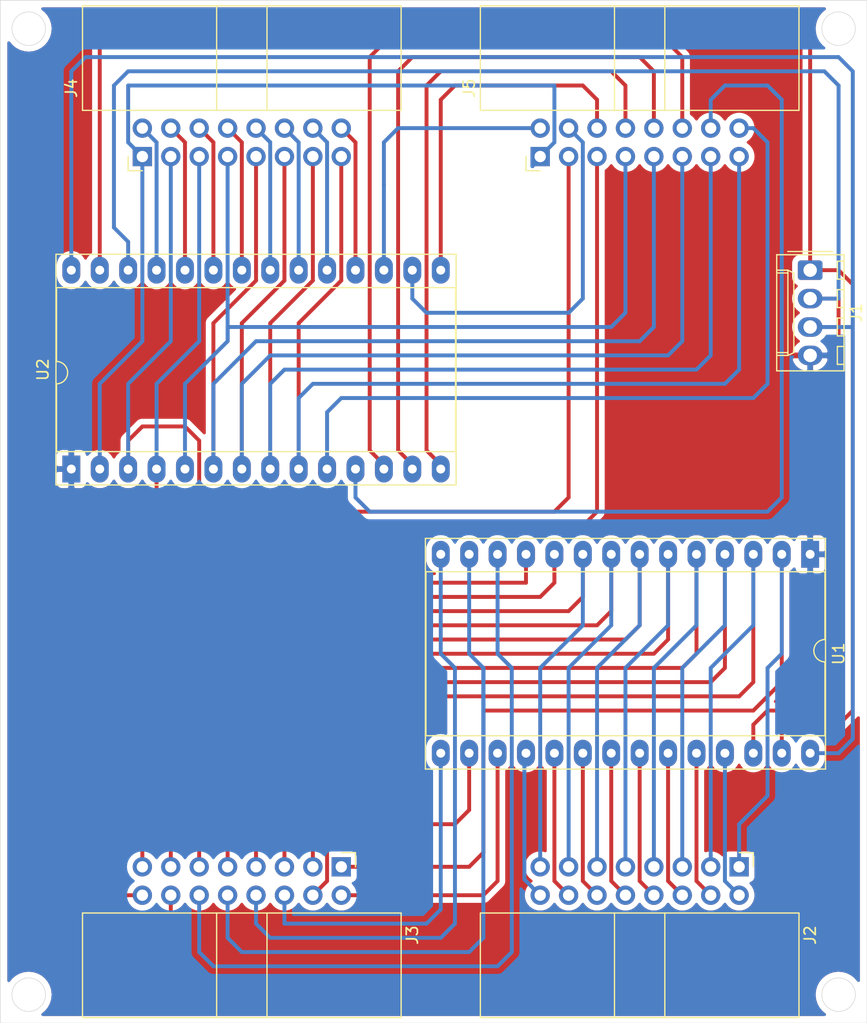
<source format=kicad_pcb>
(kicad_pcb (version 20171130) (host pcbnew "(5.1.2)-2")

  (general
    (thickness 1.6)
    (drawings 8)
    (tracks 351)
    (zones 0)
    (modules 7)
    (nets 53)
  )

  (page A4)
  (layers
    (0 F.Cu signal)
    (31 B.Cu signal)
    (32 B.Adhes user)
    (33 F.Adhes user)
    (34 B.Paste user)
    (35 F.Paste user)
    (36 B.SilkS user)
    (37 F.SilkS user)
    (38 B.Mask user)
    (39 F.Mask user)
    (40 Dwgs.User user)
    (41 Cmts.User user)
    (42 Eco1.User user)
    (43 Eco2.User user)
    (44 Edge.Cuts user)
    (45 Margin user)
    (46 B.CrtYd user)
    (47 F.CrtYd user)
    (48 B.Fab user)
    (49 F.Fab user)
  )

  (setup
    (last_trace_width 0.35)
    (trace_clearance 0.25)
    (zone_clearance 0.508)
    (zone_45_only no)
    (trace_min 0.2)
    (via_size 0.8)
    (via_drill 0.4)
    (via_min_size 0.4)
    (via_min_drill 0.3)
    (uvia_size 0.3)
    (uvia_drill 0.1)
    (uvias_allowed no)
    (uvia_min_size 0.2)
    (uvia_min_drill 0.1)
    (edge_width 0.05)
    (segment_width 0.2)
    (pcb_text_width 0.3)
    (pcb_text_size 1.5 1.5)
    (mod_edge_width 0.12)
    (mod_text_size 1 1)
    (mod_text_width 0.15)
    (pad_size 1.524 1.524)
    (pad_drill 0.762)
    (pad_to_mask_clearance 0.051)
    (solder_mask_min_width 0.25)
    (aux_axis_origin 0 0)
    (visible_elements 7FFFFFFF)
    (pcbplotparams
      (layerselection 0x010fc_ffffffff)
      (usegerberextensions false)
      (usegerberattributes false)
      (usegerberadvancedattributes false)
      (creategerberjobfile false)
      (excludeedgelayer true)
      (linewidth 0.100000)
      (plotframeref false)
      (viasonmask false)
      (mode 1)
      (useauxorigin false)
      (hpglpennumber 1)
      (hpglpenspeed 20)
      (hpglpendiameter 15.000000)
      (psnegative false)
      (psa4output false)
      (plotreference true)
      (plotvalue true)
      (plotinvisibletext false)
      (padsonsilk false)
      (subtractmaskfromsilk false)
      (outputformat 1)
      (mirror false)
      (drillshape 0)
      (scaleselection 1)
      (outputdirectory ""))
  )

  (net 0 "")
  (net 1 /SDA5V)
  (net 2 /SCL5V)
  (net 3 /+5V)
  (net 4 /GND)
  (net 5 /OUTA07)
  (net 6 /COM07)
  (net 7 /OUTA06)
  (net 8 /COM06)
  (net 9 /OUTA05)
  (net 10 /COM05)
  (net 11 /OUTA04)
  (net 12 /COM04)
  (net 13 /OUTA03)
  (net 14 /COM03)
  (net 15 /OUTA02)
  (net 16 /COM02)
  (net 17 /OUTA01)
  (net 18 /COM01)
  (net 19 /OUTA00)
  (net 20 /COM00)
  (net 21 /OUTB00)
  (net 22 /OUTB01)
  (net 23 /OUTB02)
  (net 24 /OUTB03)
  (net 25 /OUTB04)
  (net 26 /OUTB05)
  (net 27 /OUTB06)
  (net 28 /OUTB07)
  (net 29 /COM10)
  (net 30 /OUTA10)
  (net 31 /COM11)
  (net 32 /OUTA11)
  (net 33 /COM12)
  (net 34 /OUTA12)
  (net 35 /COM13)
  (net 36 /OUTA13)
  (net 37 /COM14)
  (net 38 /OUTA14)
  (net 39 /COM15)
  (net 40 /OUTA15)
  (net 41 /COM16)
  (net 42 /OUTA16)
  (net 43 /COM17)
  (net 44 /OUTA17)
  (net 45 /OUTB17)
  (net 46 /OUTB16)
  (net 47 /OUTB15)
  (net 48 /OUTB14)
  (net 49 /OUTB13)
  (net 50 /OUTB12)
  (net 51 /OUTB11)
  (net 52 /OUTB10)

  (net_class Default "Ceci est la Netclass par défaut."
    (clearance 0.25)
    (trace_width 0.35)
    (via_dia 0.8)
    (via_drill 0.4)
    (uvia_dia 0.3)
    (uvia_drill 0.1)
    (add_net /+5V)
    (add_net /COM00)
    (add_net /COM01)
    (add_net /COM02)
    (add_net /COM03)
    (add_net /COM04)
    (add_net /COM05)
    (add_net /COM06)
    (add_net /COM07)
    (add_net /COM10)
    (add_net /COM11)
    (add_net /COM12)
    (add_net /COM13)
    (add_net /COM14)
    (add_net /COM15)
    (add_net /COM16)
    (add_net /COM17)
    (add_net /GND)
    (add_net /OUTA00)
    (add_net /OUTA01)
    (add_net /OUTA02)
    (add_net /OUTA03)
    (add_net /OUTA04)
    (add_net /OUTA05)
    (add_net /OUTA06)
    (add_net /OUTA07)
    (add_net /OUTA10)
    (add_net /OUTA11)
    (add_net /OUTA12)
    (add_net /OUTA13)
    (add_net /OUTA14)
    (add_net /OUTA15)
    (add_net /OUTA16)
    (add_net /OUTA17)
    (add_net /OUTB00)
    (add_net /OUTB01)
    (add_net /OUTB02)
    (add_net /OUTB03)
    (add_net /OUTB04)
    (add_net /OUTB05)
    (add_net /OUTB06)
    (add_net /OUTB07)
    (add_net /OUTB10)
    (add_net /OUTB11)
    (add_net /OUTB12)
    (add_net /OUTB13)
    (add_net /OUTB14)
    (add_net /OUTB15)
    (add_net /OUTB16)
    (add_net /OUTB17)
    (add_net /SCL5V)
    (add_net /SDA5V)
  )

  (module Connector_Molex:Molex_KK-254_AE-6410-04A_1x04_P2.54mm_Vertical (layer F.Cu) (tedit 5B78013E) (tstamp 5D0CC109)
    (at 135.89 50.8 270)
    (descr "Molex KK-254 Interconnect System, old/engineering part number: AE-6410-04A example for new part number: 22-27-2041, 4 Pins (http://www.molex.com/pdm_docs/sd/022272021_sd.pdf), generated with kicad-footprint-generator")
    (tags "connector Molex KK-254 side entry")
    (path /5D0B227C)
    (fp_text reference J1 (at 3.81 -4.12 90) (layer F.SilkS)
      (effects (font (size 1 1) (thickness 0.15)))
    )
    (fp_text value MasterCon (at 3.81 4.08 90) (layer F.Fab)
      (effects (font (size 1 1) (thickness 0.15)))
    )
    (fp_line (start -1.27 -2.92) (end -1.27 2.88) (layer F.Fab) (width 0.1))
    (fp_line (start -1.27 2.88) (end 8.89 2.88) (layer F.Fab) (width 0.1))
    (fp_line (start 8.89 2.88) (end 8.89 -2.92) (layer F.Fab) (width 0.1))
    (fp_line (start 8.89 -2.92) (end -1.27 -2.92) (layer F.Fab) (width 0.1))
    (fp_line (start -1.38 -3.03) (end -1.38 2.99) (layer F.SilkS) (width 0.12))
    (fp_line (start -1.38 2.99) (end 9 2.99) (layer F.SilkS) (width 0.12))
    (fp_line (start 9 2.99) (end 9 -3.03) (layer F.SilkS) (width 0.12))
    (fp_line (start 9 -3.03) (end -1.38 -3.03) (layer F.SilkS) (width 0.12))
    (fp_line (start -1.67 -2) (end -1.67 2) (layer F.SilkS) (width 0.12))
    (fp_line (start -1.27 -0.5) (end -0.562893 0) (layer F.Fab) (width 0.1))
    (fp_line (start -0.562893 0) (end -1.27 0.5) (layer F.Fab) (width 0.1))
    (fp_line (start 0 2.99) (end 0 1.99) (layer F.SilkS) (width 0.12))
    (fp_line (start 0 1.99) (end 7.62 1.99) (layer F.SilkS) (width 0.12))
    (fp_line (start 7.62 1.99) (end 7.62 2.99) (layer F.SilkS) (width 0.12))
    (fp_line (start 0 1.99) (end 0.25 1.46) (layer F.SilkS) (width 0.12))
    (fp_line (start 0.25 1.46) (end 7.37 1.46) (layer F.SilkS) (width 0.12))
    (fp_line (start 7.37 1.46) (end 7.62 1.99) (layer F.SilkS) (width 0.12))
    (fp_line (start 0.25 2.99) (end 0.25 1.99) (layer F.SilkS) (width 0.12))
    (fp_line (start 7.37 2.99) (end 7.37 1.99) (layer F.SilkS) (width 0.12))
    (fp_line (start -0.8 -3.03) (end -0.8 -2.43) (layer F.SilkS) (width 0.12))
    (fp_line (start -0.8 -2.43) (end 0.8 -2.43) (layer F.SilkS) (width 0.12))
    (fp_line (start 0.8 -2.43) (end 0.8 -3.03) (layer F.SilkS) (width 0.12))
    (fp_line (start 1.74 -3.03) (end 1.74 -2.43) (layer F.SilkS) (width 0.12))
    (fp_line (start 1.74 -2.43) (end 3.34 -2.43) (layer F.SilkS) (width 0.12))
    (fp_line (start 3.34 -2.43) (end 3.34 -3.03) (layer F.SilkS) (width 0.12))
    (fp_line (start 4.28 -3.03) (end 4.28 -2.43) (layer F.SilkS) (width 0.12))
    (fp_line (start 4.28 -2.43) (end 5.88 -2.43) (layer F.SilkS) (width 0.12))
    (fp_line (start 5.88 -2.43) (end 5.88 -3.03) (layer F.SilkS) (width 0.12))
    (fp_line (start 6.82 -3.03) (end 6.82 -2.43) (layer F.SilkS) (width 0.12))
    (fp_line (start 6.82 -2.43) (end 8.42 -2.43) (layer F.SilkS) (width 0.12))
    (fp_line (start 8.42 -2.43) (end 8.42 -3.03) (layer F.SilkS) (width 0.12))
    (fp_line (start -1.77 -3.42) (end -1.77 3.38) (layer F.CrtYd) (width 0.05))
    (fp_line (start -1.77 3.38) (end 9.39 3.38) (layer F.CrtYd) (width 0.05))
    (fp_line (start 9.39 3.38) (end 9.39 -3.42) (layer F.CrtYd) (width 0.05))
    (fp_line (start 9.39 -3.42) (end -1.77 -3.42) (layer F.CrtYd) (width 0.05))
    (fp_text user %R (at 3.81 -2.22 90) (layer F.Fab)
      (effects (font (size 1 1) (thickness 0.15)))
    )
    (pad 1 thru_hole roundrect (at 0 0 270) (size 1.74 2.2) (drill 1.2) (layers *.Cu *.Mask) (roundrect_rratio 0.143678)
      (net 1 /SDA5V))
    (pad 2 thru_hole oval (at 2.54 0 270) (size 1.74 2.2) (drill 1.2) (layers *.Cu *.Mask)
      (net 2 /SCL5V))
    (pad 3 thru_hole oval (at 5.08 0 270) (size 1.74 2.2) (drill 1.2) (layers *.Cu *.Mask)
      (net 3 /+5V))
    (pad 4 thru_hole oval (at 7.62 0 270) (size 1.74 2.2) (drill 1.2) (layers *.Cu *.Mask)
      (net 4 /GND))
    (model ${KISYS3DMOD}/Connector_Molex.3dshapes/Molex_KK-254_AE-6410-04A_1x04_P2.54mm_Vertical.wrl
      (at (xyz 0 0 0))
      (scale (xyz 1 1 1))
      (rotate (xyz 0 0 0))
    )
  )

  (module Connector_IDC:IDC-Header_2x08_P2.54mm_Horizontal (layer F.Cu) (tedit 59DE20FF) (tstamp 5D0CC51F)
    (at 129.54 104.14 270)
    (descr "Through hole angled IDC box header, 2x08, 2.54mm pitch, double rows")
    (tags "Through hole IDC box header THT 2x08 2.54mm double row")
    (path /5D10E3A4)
    (fp_text reference J2 (at 6.105 -6.35 90) (layer F.SilkS)
      (effects (font (size 1 1) (thickness 0.15)))
    )
    (fp_text value Conn_02x08_Odd_Even (at -2.090001 8.89 180) (layer F.Fab)
      (effects (font (size 1 1) (thickness 0.15)))
    )
    (fp_line (start 13.48 23.13) (end -1.12 23.13) (layer F.CrtYd) (width 0.05))
    (fp_line (start 13.48 -5.35) (end 13.48 23.13) (layer F.CrtYd) (width 0.05))
    (fp_line (start -1.12 23.13) (end -1.12 -5.35) (layer F.CrtYd) (width 0.05))
    (fp_line (start -1.12 -5.35) (end 13.48 -5.35) (layer F.CrtYd) (width 0.05))
    (fp_line (start 4.13 6.64) (end 13.48 6.64) (layer F.SilkS) (width 0.12))
    (fp_line (start 4.13 23.13) (end 4.13 -5.35) (layer F.SilkS) (width 0.12))
    (fp_line (start 4.13 23.13) (end 13.48 23.13) (layer F.SilkS) (width 0.12))
    (fp_line (start 4.13 11.14) (end 13.48 11.14) (layer F.SilkS) (width 0.12))
    (fp_line (start 4.13 -5.35) (end 13.48 -5.35) (layer F.SilkS) (width 0.12))
    (fp_line (start 13.48 -5.35) (end 13.48 23.13) (layer F.SilkS) (width 0.12))
    (fp_line (start 0 -1.27) (end -1.27 -1.27) (layer F.SilkS) (width 0.12))
    (fp_line (start -1.27 -1.27) (end -1.27 0) (layer F.SilkS) (width 0.12))
    (fp_line (start 5.38 -5.1) (end 13.23 -5.1) (layer F.Fab) (width 0.1))
    (fp_line (start 4.38 9.84) (end -0.32 9.84) (layer F.Fab) (width 0.1))
    (fp_line (start 4.38 7.3) (end -0.32 7.3) (layer F.Fab) (width 0.1))
    (fp_line (start 4.38 6.64) (end 13.23 6.64) (layer F.Fab) (width 0.1))
    (fp_line (start 4.38 4.76) (end -0.32 4.76) (layer F.Fab) (width 0.1))
    (fp_line (start 4.38 22.88) (end 4.38 -4.1) (layer F.Fab) (width 0.1))
    (fp_line (start 4.38 22.88) (end 13.23 22.88) (layer F.Fab) (width 0.1))
    (fp_line (start 4.38 2.22) (end -0.32 2.22) (layer F.Fab) (width 0.1))
    (fp_line (start 4.38 17.46) (end -0.32 17.46) (layer F.Fab) (width 0.1))
    (fp_line (start 4.38 14.92) (end -0.32 14.92) (layer F.Fab) (width 0.1))
    (fp_line (start 4.38 12.38) (end -0.32 12.38) (layer F.Fab) (width 0.1))
    (fp_line (start 4.38 11.14) (end 13.23 11.14) (layer F.Fab) (width 0.1))
    (fp_line (start 4.38 -4.1) (end 5.38 -5.1) (layer F.Fab) (width 0.1))
    (fp_line (start 4.38 -0.32) (end -0.32 -0.32) (layer F.Fab) (width 0.1))
    (fp_line (start 13.23 22.88) (end 13.23 -5.1) (layer F.Fab) (width 0.1))
    (fp_line (start -0.32 9.84) (end -0.32 10.48) (layer F.Fab) (width 0.1))
    (fp_line (start -0.32 7.94) (end 4.38 7.94) (layer F.Fab) (width 0.1))
    (fp_line (start -0.32 7.3) (end -0.32 7.94) (layer F.Fab) (width 0.1))
    (fp_line (start -0.32 5.4) (end 4.38 5.4) (layer F.Fab) (width 0.1))
    (fp_line (start -0.32 4.76) (end -0.32 5.4) (layer F.Fab) (width 0.1))
    (fp_line (start -0.32 2.86) (end 4.38 2.86) (layer F.Fab) (width 0.1))
    (fp_line (start -0.32 2.22) (end -0.32 2.86) (layer F.Fab) (width 0.1))
    (fp_line (start -0.32 18.1) (end 4.38 18.1) (layer F.Fab) (width 0.1))
    (fp_line (start -0.32 17.46) (end -0.32 18.1) (layer F.Fab) (width 0.1))
    (fp_line (start -0.32 15.56) (end 4.38 15.56) (layer F.Fab) (width 0.1))
    (fp_line (start -0.32 14.92) (end -0.32 15.56) (layer F.Fab) (width 0.1))
    (fp_line (start -0.32 13.02) (end 4.38 13.02) (layer F.Fab) (width 0.1))
    (fp_line (start -0.32 12.38) (end -0.32 13.02) (layer F.Fab) (width 0.1))
    (fp_line (start -0.32 10.48) (end 4.38 10.48) (layer F.Fab) (width 0.1))
    (fp_line (start -0.32 0.32) (end 4.38 0.32) (layer F.Fab) (width 0.1))
    (fp_line (start -0.32 -0.32) (end -0.32 0.32) (layer F.Fab) (width 0.1))
    (fp_text user %R (at 8.805 8.89) (layer F.Fab)
      (effects (font (size 1 1) (thickness 0.15)))
    )
    (pad 16 thru_hole oval (at 2.54 17.78 270) (size 1.7272 1.7272) (drill 1.016) (layers *.Cu *.Mask)
      (net 5 /OUTA07))
    (pad 15 thru_hole oval (at 0 17.78 270) (size 1.7272 1.7272) (drill 1.016) (layers *.Cu *.Mask)
      (net 6 /COM07))
    (pad 14 thru_hole oval (at 2.54 15.24 270) (size 1.7272 1.7272) (drill 1.016) (layers *.Cu *.Mask)
      (net 7 /OUTA06))
    (pad 13 thru_hole oval (at 0 15.24 270) (size 1.7272 1.7272) (drill 1.016) (layers *.Cu *.Mask)
      (net 8 /COM06))
    (pad 12 thru_hole oval (at 2.54 12.7 270) (size 1.7272 1.7272) (drill 1.016) (layers *.Cu *.Mask)
      (net 9 /OUTA05))
    (pad 11 thru_hole oval (at 0 12.7 270) (size 1.7272 1.7272) (drill 1.016) (layers *.Cu *.Mask)
      (net 10 /COM05))
    (pad 10 thru_hole oval (at 2.54 10.16 270) (size 1.7272 1.7272) (drill 1.016) (layers *.Cu *.Mask)
      (net 11 /OUTA04))
    (pad 9 thru_hole oval (at 0 10.16 270) (size 1.7272 1.7272) (drill 1.016) (layers *.Cu *.Mask)
      (net 12 /COM04))
    (pad 8 thru_hole oval (at 2.54 7.62 270) (size 1.7272 1.7272) (drill 1.016) (layers *.Cu *.Mask)
      (net 13 /OUTA03))
    (pad 7 thru_hole oval (at 0 7.62 270) (size 1.7272 1.7272) (drill 1.016) (layers *.Cu *.Mask)
      (net 14 /COM03))
    (pad 6 thru_hole oval (at 2.54 5.08 270) (size 1.7272 1.7272) (drill 1.016) (layers *.Cu *.Mask)
      (net 15 /OUTA02))
    (pad 5 thru_hole oval (at 0 5.08 270) (size 1.7272 1.7272) (drill 1.016) (layers *.Cu *.Mask)
      (net 16 /COM02))
    (pad 4 thru_hole oval (at 2.54 2.54 270) (size 1.7272 1.7272) (drill 1.016) (layers *.Cu *.Mask)
      (net 17 /OUTA01))
    (pad 3 thru_hole oval (at 0 2.54 270) (size 1.7272 1.7272) (drill 1.016) (layers *.Cu *.Mask)
      (net 18 /COM01))
    (pad 2 thru_hole oval (at 2.54 0 270) (size 1.7272 1.7272) (drill 1.016) (layers *.Cu *.Mask)
      (net 19 /OUTA00))
    (pad 1 thru_hole rect (at 0 0 270) (size 1.7272 1.7272) (drill 1.016) (layers *.Cu *.Mask)
      (net 20 /COM00))
    (model ${KISYS3DMOD}/Connector_IDC.3dshapes/IDC-Header_2x08_P2.54mm_Horizontal.wrl
      (at (xyz 0 0 0))
      (scale (xyz 1 1 1))
      (rotate (xyz 0 0 0))
    )
  )

  (module Connector_IDC:IDC-Header_2x08_P2.54mm_Horizontal (layer F.Cu) (tedit 59DE20FF) (tstamp 5D0CC462)
    (at 93.98 104.14 270)
    (descr "Through hole angled IDC box header, 2x08, 2.54mm pitch, double rows")
    (tags "Through hole IDC box header THT 2x08 2.54mm double row")
    (path /5D110F91)
    (fp_text reference J3 (at 6.105 -6.35 90) (layer F.SilkS)
      (effects (font (size 1 1) (thickness 0.15)))
    )
    (fp_text value Conn_02x08_Odd_Even (at -2.090001 8.89 180) (layer F.Fab)
      (effects (font (size 1 1) (thickness 0.15)))
    )
    (fp_text user %R (at 8.805 8.89) (layer F.Fab)
      (effects (font (size 1 1) (thickness 0.15)))
    )
    (fp_line (start -0.32 -0.32) (end -0.32 0.32) (layer F.Fab) (width 0.1))
    (fp_line (start -0.32 0.32) (end 4.38 0.32) (layer F.Fab) (width 0.1))
    (fp_line (start -0.32 10.48) (end 4.38 10.48) (layer F.Fab) (width 0.1))
    (fp_line (start -0.32 12.38) (end -0.32 13.02) (layer F.Fab) (width 0.1))
    (fp_line (start -0.32 13.02) (end 4.38 13.02) (layer F.Fab) (width 0.1))
    (fp_line (start -0.32 14.92) (end -0.32 15.56) (layer F.Fab) (width 0.1))
    (fp_line (start -0.32 15.56) (end 4.38 15.56) (layer F.Fab) (width 0.1))
    (fp_line (start -0.32 17.46) (end -0.32 18.1) (layer F.Fab) (width 0.1))
    (fp_line (start -0.32 18.1) (end 4.38 18.1) (layer F.Fab) (width 0.1))
    (fp_line (start -0.32 2.22) (end -0.32 2.86) (layer F.Fab) (width 0.1))
    (fp_line (start -0.32 2.86) (end 4.38 2.86) (layer F.Fab) (width 0.1))
    (fp_line (start -0.32 4.76) (end -0.32 5.4) (layer F.Fab) (width 0.1))
    (fp_line (start -0.32 5.4) (end 4.38 5.4) (layer F.Fab) (width 0.1))
    (fp_line (start -0.32 7.3) (end -0.32 7.94) (layer F.Fab) (width 0.1))
    (fp_line (start -0.32 7.94) (end 4.38 7.94) (layer F.Fab) (width 0.1))
    (fp_line (start -0.32 9.84) (end -0.32 10.48) (layer F.Fab) (width 0.1))
    (fp_line (start 13.23 22.88) (end 13.23 -5.1) (layer F.Fab) (width 0.1))
    (fp_line (start 4.38 -0.32) (end -0.32 -0.32) (layer F.Fab) (width 0.1))
    (fp_line (start 4.38 -4.1) (end 5.38 -5.1) (layer F.Fab) (width 0.1))
    (fp_line (start 4.38 11.14) (end 13.23 11.14) (layer F.Fab) (width 0.1))
    (fp_line (start 4.38 12.38) (end -0.32 12.38) (layer F.Fab) (width 0.1))
    (fp_line (start 4.38 14.92) (end -0.32 14.92) (layer F.Fab) (width 0.1))
    (fp_line (start 4.38 17.46) (end -0.32 17.46) (layer F.Fab) (width 0.1))
    (fp_line (start 4.38 2.22) (end -0.32 2.22) (layer F.Fab) (width 0.1))
    (fp_line (start 4.38 22.88) (end 13.23 22.88) (layer F.Fab) (width 0.1))
    (fp_line (start 4.38 22.88) (end 4.38 -4.1) (layer F.Fab) (width 0.1))
    (fp_line (start 4.38 4.76) (end -0.32 4.76) (layer F.Fab) (width 0.1))
    (fp_line (start 4.38 6.64) (end 13.23 6.64) (layer F.Fab) (width 0.1))
    (fp_line (start 4.38 7.3) (end -0.32 7.3) (layer F.Fab) (width 0.1))
    (fp_line (start 4.38 9.84) (end -0.32 9.84) (layer F.Fab) (width 0.1))
    (fp_line (start 5.38 -5.1) (end 13.23 -5.1) (layer F.Fab) (width 0.1))
    (fp_line (start -1.27 -1.27) (end -1.27 0) (layer F.SilkS) (width 0.12))
    (fp_line (start 0 -1.27) (end -1.27 -1.27) (layer F.SilkS) (width 0.12))
    (fp_line (start 13.48 -5.35) (end 13.48 23.13) (layer F.SilkS) (width 0.12))
    (fp_line (start 4.13 -5.35) (end 13.48 -5.35) (layer F.SilkS) (width 0.12))
    (fp_line (start 4.13 11.14) (end 13.48 11.14) (layer F.SilkS) (width 0.12))
    (fp_line (start 4.13 23.13) (end 13.48 23.13) (layer F.SilkS) (width 0.12))
    (fp_line (start 4.13 23.13) (end 4.13 -5.35) (layer F.SilkS) (width 0.12))
    (fp_line (start 4.13 6.64) (end 13.48 6.64) (layer F.SilkS) (width 0.12))
    (fp_line (start -1.12 -5.35) (end 13.48 -5.35) (layer F.CrtYd) (width 0.05))
    (fp_line (start -1.12 23.13) (end -1.12 -5.35) (layer F.CrtYd) (width 0.05))
    (fp_line (start 13.48 -5.35) (end 13.48 23.13) (layer F.CrtYd) (width 0.05))
    (fp_line (start 13.48 23.13) (end -1.12 23.13) (layer F.CrtYd) (width 0.05))
    (pad 1 thru_hole rect (at 0 0 270) (size 1.7272 1.7272) (drill 1.016) (layers *.Cu *.Mask)
      (net 20 /COM00))
    (pad 2 thru_hole oval (at 2.54 0 270) (size 1.7272 1.7272) (drill 1.016) (layers *.Cu *.Mask)
      (net 21 /OUTB00))
    (pad 3 thru_hole oval (at 0 2.54 270) (size 1.7272 1.7272) (drill 1.016) (layers *.Cu *.Mask)
      (net 18 /COM01))
    (pad 4 thru_hole oval (at 2.54 2.54 270) (size 1.7272 1.7272) (drill 1.016) (layers *.Cu *.Mask)
      (net 22 /OUTB01))
    (pad 5 thru_hole oval (at 0 5.08 270) (size 1.7272 1.7272) (drill 1.016) (layers *.Cu *.Mask)
      (net 16 /COM02))
    (pad 6 thru_hole oval (at 2.54 5.08 270) (size 1.7272 1.7272) (drill 1.016) (layers *.Cu *.Mask)
      (net 23 /OUTB02))
    (pad 7 thru_hole oval (at 0 7.62 270) (size 1.7272 1.7272) (drill 1.016) (layers *.Cu *.Mask)
      (net 14 /COM03))
    (pad 8 thru_hole oval (at 2.54 7.62 270) (size 1.7272 1.7272) (drill 1.016) (layers *.Cu *.Mask)
      (net 24 /OUTB03))
    (pad 9 thru_hole oval (at 0 10.16 270) (size 1.7272 1.7272) (drill 1.016) (layers *.Cu *.Mask)
      (net 12 /COM04))
    (pad 10 thru_hole oval (at 2.54 10.16 270) (size 1.7272 1.7272) (drill 1.016) (layers *.Cu *.Mask)
      (net 25 /OUTB04))
    (pad 11 thru_hole oval (at 0 12.7 270) (size 1.7272 1.7272) (drill 1.016) (layers *.Cu *.Mask)
      (net 10 /COM05))
    (pad 12 thru_hole oval (at 2.54 12.7 270) (size 1.7272 1.7272) (drill 1.016) (layers *.Cu *.Mask)
      (net 26 /OUTB05))
    (pad 13 thru_hole oval (at 0 15.24 270) (size 1.7272 1.7272) (drill 1.016) (layers *.Cu *.Mask)
      (net 8 /COM06))
    (pad 14 thru_hole oval (at 2.54 15.24 270) (size 1.7272 1.7272) (drill 1.016) (layers *.Cu *.Mask)
      (net 27 /OUTB06))
    (pad 15 thru_hole oval (at 0 17.78 270) (size 1.7272 1.7272) (drill 1.016) (layers *.Cu *.Mask)
      (net 6 /COM07))
    (pad 16 thru_hole oval (at 2.54 17.78 270) (size 1.7272 1.7272) (drill 1.016) (layers *.Cu *.Mask)
      (net 28 /OUTB07))
    (model ${KISYS3DMOD}/Connector_IDC.3dshapes/IDC-Header_2x08_P2.54mm_Horizontal.wrl
      (at (xyz 0 0 0))
      (scale (xyz 1 1 1))
      (rotate (xyz 0 0 0))
    )
  )

  (module Connector_IDC:IDC-Header_2x08_P2.54mm_Horizontal (layer F.Cu) (tedit 59DE20FF) (tstamp 5D1065BD)
    (at 76.2 40.64 90)
    (descr "Through hole angled IDC box header, 2x08, 2.54mm pitch, double rows")
    (tags "Through hole IDC box header THT 2x08 2.54mm double row")
    (path /5D119A2F)
    (fp_text reference J4 (at 6.105 -6.35 90) (layer F.SilkS)
      (effects (font (size 1 1) (thickness 0.15)))
    )
    (fp_text value Conn_02x08_Odd_Even (at -2.54 8.89 180) (layer F.Fab)
      (effects (font (size 1 1) (thickness 0.15)))
    )
    (fp_text user %R (at 8.805 8.89) (layer F.Fab)
      (effects (font (size 1 1) (thickness 0.15)))
    )
    (fp_line (start -0.32 -0.32) (end -0.32 0.32) (layer F.Fab) (width 0.1))
    (fp_line (start -0.32 0.32) (end 4.38 0.32) (layer F.Fab) (width 0.1))
    (fp_line (start -0.32 10.48) (end 4.38 10.48) (layer F.Fab) (width 0.1))
    (fp_line (start -0.32 12.38) (end -0.32 13.02) (layer F.Fab) (width 0.1))
    (fp_line (start -0.32 13.02) (end 4.38 13.02) (layer F.Fab) (width 0.1))
    (fp_line (start -0.32 14.92) (end -0.32 15.56) (layer F.Fab) (width 0.1))
    (fp_line (start -0.32 15.56) (end 4.38 15.56) (layer F.Fab) (width 0.1))
    (fp_line (start -0.32 17.46) (end -0.32 18.1) (layer F.Fab) (width 0.1))
    (fp_line (start -0.32 18.1) (end 4.38 18.1) (layer F.Fab) (width 0.1))
    (fp_line (start -0.32 2.22) (end -0.32 2.86) (layer F.Fab) (width 0.1))
    (fp_line (start -0.32 2.86) (end 4.38 2.86) (layer F.Fab) (width 0.1))
    (fp_line (start -0.32 4.76) (end -0.32 5.4) (layer F.Fab) (width 0.1))
    (fp_line (start -0.32 5.4) (end 4.38 5.4) (layer F.Fab) (width 0.1))
    (fp_line (start -0.32 7.3) (end -0.32 7.94) (layer F.Fab) (width 0.1))
    (fp_line (start -0.32 7.94) (end 4.38 7.94) (layer F.Fab) (width 0.1))
    (fp_line (start -0.32 9.84) (end -0.32 10.48) (layer F.Fab) (width 0.1))
    (fp_line (start 13.23 22.88) (end 13.23 -5.1) (layer F.Fab) (width 0.1))
    (fp_line (start 4.38 -0.32) (end -0.32 -0.32) (layer F.Fab) (width 0.1))
    (fp_line (start 4.38 -4.1) (end 5.38 -5.1) (layer F.Fab) (width 0.1))
    (fp_line (start 4.38 11.14) (end 13.23 11.14) (layer F.Fab) (width 0.1))
    (fp_line (start 4.38 12.38) (end -0.32 12.38) (layer F.Fab) (width 0.1))
    (fp_line (start 4.38 14.92) (end -0.32 14.92) (layer F.Fab) (width 0.1))
    (fp_line (start 4.38 17.46) (end -0.32 17.46) (layer F.Fab) (width 0.1))
    (fp_line (start 4.38 2.22) (end -0.32 2.22) (layer F.Fab) (width 0.1))
    (fp_line (start 4.38 22.88) (end 13.23 22.88) (layer F.Fab) (width 0.1))
    (fp_line (start 4.38 22.88) (end 4.38 -4.1) (layer F.Fab) (width 0.1))
    (fp_line (start 4.38 4.76) (end -0.32 4.76) (layer F.Fab) (width 0.1))
    (fp_line (start 4.38 6.64) (end 13.23 6.64) (layer F.Fab) (width 0.1))
    (fp_line (start 4.38 7.3) (end -0.32 7.3) (layer F.Fab) (width 0.1))
    (fp_line (start 4.38 9.84) (end -0.32 9.84) (layer F.Fab) (width 0.1))
    (fp_line (start 5.38 -5.1) (end 13.23 -5.1) (layer F.Fab) (width 0.1))
    (fp_line (start -1.27 -1.27) (end -1.27 0) (layer F.SilkS) (width 0.12))
    (fp_line (start 0 -1.27) (end -1.27 -1.27) (layer F.SilkS) (width 0.12))
    (fp_line (start 13.48 -5.35) (end 13.48 23.13) (layer F.SilkS) (width 0.12))
    (fp_line (start 4.13 -5.35) (end 13.48 -5.35) (layer F.SilkS) (width 0.12))
    (fp_line (start 4.13 11.14) (end 13.48 11.14) (layer F.SilkS) (width 0.12))
    (fp_line (start 4.13 23.13) (end 13.48 23.13) (layer F.SilkS) (width 0.12))
    (fp_line (start 4.13 23.13) (end 4.13 -5.35) (layer F.SilkS) (width 0.12))
    (fp_line (start 4.13 6.64) (end 13.48 6.64) (layer F.SilkS) (width 0.12))
    (fp_line (start -1.12 -5.35) (end 13.48 -5.35) (layer F.CrtYd) (width 0.05))
    (fp_line (start -1.12 23.13) (end -1.12 -5.35) (layer F.CrtYd) (width 0.05))
    (fp_line (start 13.48 -5.35) (end 13.48 23.13) (layer F.CrtYd) (width 0.05))
    (fp_line (start 13.48 23.13) (end -1.12 23.13) (layer F.CrtYd) (width 0.05))
    (pad 1 thru_hole rect (at 0 0 90) (size 1.7272 1.7272) (drill 1.016) (layers *.Cu *.Mask)
      (net 29 /COM10))
    (pad 2 thru_hole oval (at 2.54 0 90) (size 1.7272 1.7272) (drill 1.016) (layers *.Cu *.Mask)
      (net 30 /OUTA10))
    (pad 3 thru_hole oval (at 0 2.54 90) (size 1.7272 1.7272) (drill 1.016) (layers *.Cu *.Mask)
      (net 31 /COM11))
    (pad 4 thru_hole oval (at 2.54 2.54 90) (size 1.7272 1.7272) (drill 1.016) (layers *.Cu *.Mask)
      (net 32 /OUTA11))
    (pad 5 thru_hole oval (at 0 5.08 90) (size 1.7272 1.7272) (drill 1.016) (layers *.Cu *.Mask)
      (net 33 /COM12))
    (pad 6 thru_hole oval (at 2.54 5.08 90) (size 1.7272 1.7272) (drill 1.016) (layers *.Cu *.Mask)
      (net 34 /OUTA12))
    (pad 7 thru_hole oval (at 0 7.62 90) (size 1.7272 1.7272) (drill 1.016) (layers *.Cu *.Mask)
      (net 35 /COM13))
    (pad 8 thru_hole oval (at 2.54 7.62 90) (size 1.7272 1.7272) (drill 1.016) (layers *.Cu *.Mask)
      (net 36 /OUTA13))
    (pad 9 thru_hole oval (at 0 10.16 90) (size 1.7272 1.7272) (drill 1.016) (layers *.Cu *.Mask)
      (net 37 /COM14))
    (pad 10 thru_hole oval (at 2.54 10.16 90) (size 1.7272 1.7272) (drill 1.016) (layers *.Cu *.Mask)
      (net 38 /OUTA14))
    (pad 11 thru_hole oval (at 0 12.7 90) (size 1.7272 1.7272) (drill 1.016) (layers *.Cu *.Mask)
      (net 39 /COM15))
    (pad 12 thru_hole oval (at 2.54 12.7 90) (size 1.7272 1.7272) (drill 1.016) (layers *.Cu *.Mask)
      (net 40 /OUTA15))
    (pad 13 thru_hole oval (at 0 15.24 90) (size 1.7272 1.7272) (drill 1.016) (layers *.Cu *.Mask)
      (net 41 /COM16))
    (pad 14 thru_hole oval (at 2.54 15.24 90) (size 1.7272 1.7272) (drill 1.016) (layers *.Cu *.Mask)
      (net 42 /OUTA16))
    (pad 15 thru_hole oval (at 0 17.78 90) (size 1.7272 1.7272) (drill 1.016) (layers *.Cu *.Mask)
      (net 43 /COM17))
    (pad 16 thru_hole oval (at 2.54 17.78 90) (size 1.7272 1.7272) (drill 1.016) (layers *.Cu *.Mask)
      (net 44 /OUTA17))
    (model ${KISYS3DMOD}/Connector_IDC.3dshapes/IDC-Header_2x08_P2.54mm_Horizontal.wrl
      (at (xyz 0 0 0))
      (scale (xyz 1 1 1))
      (rotate (xyz 0 0 0))
    )
  )

  (module Connector_IDC:IDC-Header_2x08_P2.54mm_Horizontal (layer F.Cu) (tedit 59DE20FF) (tstamp 5D0CC2E8)
    (at 111.76 40.64 90)
    (descr "Through hole angled IDC box header, 2x08, 2.54mm pitch, double rows")
    (tags "Through hole IDC box header THT 2x08 2.54mm double row")
    (path /5D119A39)
    (fp_text reference J5 (at 6.105 -6.35 90) (layer F.SilkS)
      (effects (font (size 1 1) (thickness 0.15)))
    )
    (fp_text value Conn_02x08_Odd_Even (at -2.54 8.89 180) (layer F.Fab)
      (effects (font (size 1 1) (thickness 0.15)))
    )
    (fp_line (start 13.48 23.13) (end -1.12 23.13) (layer F.CrtYd) (width 0.05))
    (fp_line (start 13.48 -5.35) (end 13.48 23.13) (layer F.CrtYd) (width 0.05))
    (fp_line (start -1.12 23.13) (end -1.12 -5.35) (layer F.CrtYd) (width 0.05))
    (fp_line (start -1.12 -5.35) (end 13.48 -5.35) (layer F.CrtYd) (width 0.05))
    (fp_line (start 4.13 6.64) (end 13.48 6.64) (layer F.SilkS) (width 0.12))
    (fp_line (start 4.13 23.13) (end 4.13 -5.35) (layer F.SilkS) (width 0.12))
    (fp_line (start 4.13 23.13) (end 13.48 23.13) (layer F.SilkS) (width 0.12))
    (fp_line (start 4.13 11.14) (end 13.48 11.14) (layer F.SilkS) (width 0.12))
    (fp_line (start 4.13 -5.35) (end 13.48 -5.35) (layer F.SilkS) (width 0.12))
    (fp_line (start 13.48 -5.35) (end 13.48 23.13) (layer F.SilkS) (width 0.12))
    (fp_line (start 0 -1.27) (end -1.27 -1.27) (layer F.SilkS) (width 0.12))
    (fp_line (start -1.27 -1.27) (end -1.27 0) (layer F.SilkS) (width 0.12))
    (fp_line (start 5.38 -5.1) (end 13.23 -5.1) (layer F.Fab) (width 0.1))
    (fp_line (start 4.38 9.84) (end -0.32 9.84) (layer F.Fab) (width 0.1))
    (fp_line (start 4.38 7.3) (end -0.32 7.3) (layer F.Fab) (width 0.1))
    (fp_line (start 4.38 6.64) (end 13.23 6.64) (layer F.Fab) (width 0.1))
    (fp_line (start 4.38 4.76) (end -0.32 4.76) (layer F.Fab) (width 0.1))
    (fp_line (start 4.38 22.88) (end 4.38 -4.1) (layer F.Fab) (width 0.1))
    (fp_line (start 4.38 22.88) (end 13.23 22.88) (layer F.Fab) (width 0.1))
    (fp_line (start 4.38 2.22) (end -0.32 2.22) (layer F.Fab) (width 0.1))
    (fp_line (start 4.38 17.46) (end -0.32 17.46) (layer F.Fab) (width 0.1))
    (fp_line (start 4.38 14.92) (end -0.32 14.92) (layer F.Fab) (width 0.1))
    (fp_line (start 4.38 12.38) (end -0.32 12.38) (layer F.Fab) (width 0.1))
    (fp_line (start 4.38 11.14) (end 13.23 11.14) (layer F.Fab) (width 0.1))
    (fp_line (start 4.38 -4.1) (end 5.38 -5.1) (layer F.Fab) (width 0.1))
    (fp_line (start 4.38 -0.32) (end -0.32 -0.32) (layer F.Fab) (width 0.1))
    (fp_line (start 13.23 22.88) (end 13.23 -5.1) (layer F.Fab) (width 0.1))
    (fp_line (start -0.32 9.84) (end -0.32 10.48) (layer F.Fab) (width 0.1))
    (fp_line (start -0.32 7.94) (end 4.38 7.94) (layer F.Fab) (width 0.1))
    (fp_line (start -0.32 7.3) (end -0.32 7.94) (layer F.Fab) (width 0.1))
    (fp_line (start -0.32 5.4) (end 4.38 5.4) (layer F.Fab) (width 0.1))
    (fp_line (start -0.32 4.76) (end -0.32 5.4) (layer F.Fab) (width 0.1))
    (fp_line (start -0.32 2.86) (end 4.38 2.86) (layer F.Fab) (width 0.1))
    (fp_line (start -0.32 2.22) (end -0.32 2.86) (layer F.Fab) (width 0.1))
    (fp_line (start -0.32 18.1) (end 4.38 18.1) (layer F.Fab) (width 0.1))
    (fp_line (start -0.32 17.46) (end -0.32 18.1) (layer F.Fab) (width 0.1))
    (fp_line (start -0.32 15.56) (end 4.38 15.56) (layer F.Fab) (width 0.1))
    (fp_line (start -0.32 14.92) (end -0.32 15.56) (layer F.Fab) (width 0.1))
    (fp_line (start -0.32 13.02) (end 4.38 13.02) (layer F.Fab) (width 0.1))
    (fp_line (start -0.32 12.38) (end -0.32 13.02) (layer F.Fab) (width 0.1))
    (fp_line (start -0.32 10.48) (end 4.38 10.48) (layer F.Fab) (width 0.1))
    (fp_line (start -0.32 0.32) (end 4.38 0.32) (layer F.Fab) (width 0.1))
    (fp_line (start -0.32 -0.32) (end -0.32 0.32) (layer F.Fab) (width 0.1))
    (fp_text user %R (at 8.805 8.89) (layer F.Fab)
      (effects (font (size 1 1) (thickness 0.15)))
    )
    (pad 16 thru_hole oval (at 2.54 17.78 90) (size 1.7272 1.7272) (drill 1.016) (layers *.Cu *.Mask)
      (net 45 /OUTB17))
    (pad 15 thru_hole oval (at 0 17.78 90) (size 1.7272 1.7272) (drill 1.016) (layers *.Cu *.Mask)
      (net 43 /COM17))
    (pad 14 thru_hole oval (at 2.54 15.24 90) (size 1.7272 1.7272) (drill 1.016) (layers *.Cu *.Mask)
      (net 46 /OUTB16))
    (pad 13 thru_hole oval (at 0 15.24 90) (size 1.7272 1.7272) (drill 1.016) (layers *.Cu *.Mask)
      (net 41 /COM16))
    (pad 12 thru_hole oval (at 2.54 12.7 90) (size 1.7272 1.7272) (drill 1.016) (layers *.Cu *.Mask)
      (net 47 /OUTB15))
    (pad 11 thru_hole oval (at 0 12.7 90) (size 1.7272 1.7272) (drill 1.016) (layers *.Cu *.Mask)
      (net 39 /COM15))
    (pad 10 thru_hole oval (at 2.54 10.16 90) (size 1.7272 1.7272) (drill 1.016) (layers *.Cu *.Mask)
      (net 48 /OUTB14))
    (pad 9 thru_hole oval (at 0 10.16 90) (size 1.7272 1.7272) (drill 1.016) (layers *.Cu *.Mask)
      (net 37 /COM14))
    (pad 8 thru_hole oval (at 2.54 7.62 90) (size 1.7272 1.7272) (drill 1.016) (layers *.Cu *.Mask)
      (net 49 /OUTB13))
    (pad 7 thru_hole oval (at 0 7.62 90) (size 1.7272 1.7272) (drill 1.016) (layers *.Cu *.Mask)
      (net 35 /COM13))
    (pad 6 thru_hole oval (at 2.54 5.08 90) (size 1.7272 1.7272) (drill 1.016) (layers *.Cu *.Mask)
      (net 50 /OUTB12))
    (pad 5 thru_hole oval (at 0 5.08 90) (size 1.7272 1.7272) (drill 1.016) (layers *.Cu *.Mask)
      (net 33 /COM12))
    (pad 4 thru_hole oval (at 2.54 2.54 90) (size 1.7272 1.7272) (drill 1.016) (layers *.Cu *.Mask)
      (net 51 /OUTB11))
    (pad 3 thru_hole oval (at 0 2.54 90) (size 1.7272 1.7272) (drill 1.016) (layers *.Cu *.Mask)
      (net 31 /COM11))
    (pad 2 thru_hole oval (at 2.54 0 90) (size 1.7272 1.7272) (drill 1.016) (layers *.Cu *.Mask)
      (net 52 /OUTB10))
    (pad 1 thru_hole rect (at 0 0 90) (size 1.7272 1.7272) (drill 1.016) (layers *.Cu *.Mask)
      (net 29 /COM10))
    (model ${KISYS3DMOD}/Connector_IDC.3dshapes/IDC-Header_2x08_P2.54mm_Horizontal.wrl
      (at (xyz 0 0 0))
      (scale (xyz 1 1 1))
      (rotate (xyz 0 0 0))
    )
  )

  (module FarmerSoft:HT16K33_Breakout (layer F.Cu) (tedit 5BE588D7) (tstamp 5D10F4FB)
    (at 135.89 76.2 270)
    (descr "28-lead though-hole mounted DIP package, row spacing 15.24 mm (600 mils), Socket, LongPads")
    (tags "THT DIP DIL PDIP 2.54mm 15.24mm 600mil Socket LongPads")
    (path /5D0B4911)
    (fp_text reference U1 (at 8.89 -2.54 90) (layer F.SilkS)
      (effects (font (size 1 1) (thickness 0.15)))
    )
    (fp_text value HT16K33_BREAKOUT (at 8.89 35.56 90) (layer F.Fab)
      (effects (font (size 1 1) (thickness 0.15)))
    )
    (fp_text user %R (at 8.89 15.24 90) (layer F.Fab)
      (effects (font (size 1 1) (thickness 0.15)))
    )
    (fp_line (start 19.3548 -1.6256) (end -1.5748 -1.6256) (layer F.CrtYd) (width 0.05))
    (fp_line (start 19.3548 34.6456) (end 19.3548 -1.6256) (layer F.CrtYd) (width 0.05))
    (fp_line (start -1.5748 34.6456) (end 19.3548 34.6456) (layer F.CrtYd) (width 0.05))
    (fp_line (start -1.5748 -1.6256) (end -1.5748 34.6456) (layer F.CrtYd) (width 0.05))
    (fp_line (start 19.2024 -1.3716) (end -1.4224 -1.3716) (layer F.SilkS) (width 0.12))
    (fp_line (start 19.2024 34.3916) (end 19.2024 -1.3716) (layer F.SilkS) (width 0.12))
    (fp_line (start -1.4224 34.3916) (end 19.2024 34.3916) (layer F.SilkS) (width 0.12))
    (fp_line (start -1.4224 -1.3716) (end -1.4224 34.3916) (layer F.SilkS) (width 0.12))
    (fp_line (start 16.2052 -1.3208) (end 9.652 -1.3208) (layer F.SilkS) (width 0.12))
    (fp_line (start 16.22 34.35) (end 16.22 -1.33) (layer F.SilkS) (width 0.12))
    (fp_line (start 1.5748 34.3408) (end 16.2052 34.3408) (layer F.SilkS) (width 0.12))
    (fp_line (start 1.56 -1.33) (end 1.56 34.35) (layer F.SilkS) (width 0.12))
    (fp_line (start 7.62 -1.3208) (end 1.5748 -1.3208) (layer F.SilkS) (width 0.12))
    (fp_line (start 19.05 -1.3208) (end -1.27 -1.33) (layer F.Fab) (width 0.1))
    (fp_line (start 19.1008 34.3916) (end 19.05 -1.3208) (layer F.Fab) (width 0.1))
    (fp_line (start -1.27 34.3916) (end 19.1008 34.3916) (layer F.Fab) (width 0.1))
    (fp_line (start -1.27 -1.33) (end -1.27 34.3916) (layer F.Fab) (width 0.1))
    (fp_line (start 0.254 -0.254) (end 1.27 -1.27) (layer F.Fab) (width 0.1))
    (fp_line (start 0.254 34.29) (end 0.254 -0.254) (layer F.Fab) (width 0.1))
    (fp_line (start 17.526 34.29) (end 0.254 34.29) (layer F.Fab) (width 0.1))
    (fp_line (start 17.525 -1.27) (end 17.526 34.29) (layer F.Fab) (width 0.1))
    (fp_line (start 1.27 -1.27) (end 17.526 -1.27) (layer F.Fab) (width 0.1))
    (fp_arc (start 8.62 -1.33) (end 7.62 -1.33) (angle -180) (layer F.SilkS) (width 0.12))
    (pad 28 thru_hole oval (at 17.78 0 270) (size 2.4 1.6) (drill 0.8) (layers *.Cu *.Mask)
      (net 3 /+5V))
    (pad 14 thru_hole oval (at 0 33.02 270) (size 2.4 1.6) (drill 0.8) (layers *.Cu *.Mask)
      (net 24 /OUTB03))
    (pad 27 thru_hole oval (at 17.78 2.54 270) (size 2.4 1.6) (drill 0.8) (layers *.Cu *.Mask)
      (net 1 /SDA5V))
    (pad 13 thru_hole oval (at 0 30.48 270) (size 2.4 1.6) (drill 0.8) (layers *.Cu *.Mask)
      (net 25 /OUTB04))
    (pad 26 thru_hole oval (at 17.78 5.08 270) (size 2.4 1.6) (drill 0.8) (layers *.Cu *.Mask)
      (net 2 /SCL5V))
    (pad 12 thru_hole oval (at 0 27.94 270) (size 2.4 1.6) (drill 0.8) (layers *.Cu *.Mask)
      (net 26 /OUTB05))
    (pad 25 thru_hole oval (at 17.78 7.62 270) (size 2.4 1.6) (drill 0.8) (layers *.Cu *.Mask)
      (net 19 /OUTA00))
    (pad 11 thru_hole oval (at 0 25.4 270) (size 2.4 1.6) (drill 0.8) (layers *.Cu *.Mask)
      (net 27 /OUTB06))
    (pad 24 thru_hole oval (at 17.78 10.16 270) (size 2.4 1.6) (drill 0.8) (layers *.Cu *.Mask)
      (net 17 /OUTA01))
    (pad 10 thru_hole oval (at 0 22.86 270) (size 2.4 1.6) (drill 0.8) (layers *.Cu *.Mask)
      (net 28 /OUTB07))
    (pad 23 thru_hole oval (at 17.78 12.7 270) (size 2.4 1.6) (drill 0.8) (layers *.Cu *.Mask)
      (net 15 /OUTA02))
    (pad 9 thru_hole oval (at 0 20.32 270) (size 2.4 1.6) (drill 0.8) (layers *.Cu *.Mask)
      (net 6 /COM07))
    (pad 22 thru_hole oval (at 17.78 15.24 270) (size 2.4 1.6) (drill 0.8) (layers *.Cu *.Mask)
      (net 13 /OUTA03))
    (pad 8 thru_hole oval (at 0 17.78 270) (size 2.4 1.6) (drill 0.8) (layers *.Cu *.Mask)
      (net 8 /COM06))
    (pad 21 thru_hole oval (at 17.78 17.78 270) (size 2.4 1.6) (drill 0.8) (layers *.Cu *.Mask)
      (net 11 /OUTA04))
    (pad 7 thru_hole oval (at 0 15.24 270) (size 2.4 1.6) (drill 0.8) (layers *.Cu *.Mask)
      (net 10 /COM05))
    (pad 20 thru_hole oval (at 17.78 20.32 270) (size 2.4 1.6) (drill 0.8) (layers *.Cu *.Mask)
      (net 9 /OUTA05))
    (pad 6 thru_hole oval (at 0 12.7 270) (size 2.4 1.6) (drill 0.8) (layers *.Cu *.Mask)
      (net 12 /COM04))
    (pad 19 thru_hole oval (at 17.78 22.86 270) (size 2.4 1.6) (drill 0.8) (layers *.Cu *.Mask)
      (net 7 /OUTA06))
    (pad 5 thru_hole oval (at 0 10.16 270) (size 2.4 1.6) (drill 0.8) (layers *.Cu *.Mask)
      (net 14 /COM03))
    (pad 18 thru_hole oval (at 17.78 25.4 270) (size 2.4 1.6) (drill 0.8) (layers *.Cu *.Mask)
      (net 5 /OUTA07))
    (pad 4 thru_hole oval (at 0 7.62 270) (size 2.4 1.6) (drill 0.8) (layers *.Cu *.Mask)
      (net 16 /COM02))
    (pad 17 thru_hole oval (at 17.78 27.94 270) (size 2.4 1.6) (drill 0.8) (layers *.Cu *.Mask)
      (net 21 /OUTB00))
    (pad 3 thru_hole oval (at 0 5.08 270) (size 2.4 1.6) (drill 0.8) (layers *.Cu *.Mask)
      (net 18 /COM01))
    (pad 16 thru_hole oval (at 17.78 30.48 270) (size 2.4 1.6) (drill 0.8) (layers *.Cu *.Mask)
      (net 22 /OUTB01))
    (pad 2 thru_hole oval (at 0 2.54 270) (size 2.4 1.6) (drill 0.8) (layers *.Cu *.Mask)
      (net 20 /COM00))
    (pad 15 thru_hole oval (at 17.78 33.02 270) (size 2.4 1.6) (drill 0.8) (layers *.Cu *.Mask)
      (net 23 /OUTB02))
    (pad 1 thru_hole rect (at 0 0 270) (size 2.4 1.6) (drill 0.8) (layers *.Cu *.Mask)
      (net 4 /GND))
    (model ${KISYS3DMOD}/Package_DIP.3dshapes/DIP-28_W15.24mm_Socket.wrl
      (at (xyz 0 0 0))
      (scale (xyz 1.165 1 1))
      (rotate (xyz 0 0 0))
    )
  )

  (module FarmerSoft:HT16K33_Breakout (layer F.Cu) (tedit 5BE588D7) (tstamp 5D106324)
    (at 69.85 68.58 90)
    (descr "28-lead though-hole mounted DIP package, row spacing 15.24 mm (600 mils), Socket, LongPads")
    (tags "THT DIP DIL PDIP 2.54mm 15.24mm 600mil Socket LongPads")
    (path /5D0B8114)
    (fp_text reference U2 (at 8.89 -2.54 90) (layer F.SilkS)
      (effects (font (size 1 1) (thickness 0.15)))
    )
    (fp_text value HT16K33_BREAKOUT (at 8.89 35.56 90) (layer F.Fab)
      (effects (font (size 1 1) (thickness 0.15)))
    )
    (fp_arc (start 8.62 -1.33) (end 7.62 -1.33) (angle -180) (layer F.SilkS) (width 0.12))
    (fp_line (start 1.27 -1.27) (end 17.526 -1.27) (layer F.Fab) (width 0.1))
    (fp_line (start 17.525 -1.27) (end 17.526 34.29) (layer F.Fab) (width 0.1))
    (fp_line (start 17.526 34.29) (end 0.254 34.29) (layer F.Fab) (width 0.1))
    (fp_line (start 0.254 34.29) (end 0.254 -0.254) (layer F.Fab) (width 0.1))
    (fp_line (start 0.254 -0.254) (end 1.27 -1.27) (layer F.Fab) (width 0.1))
    (fp_line (start -1.27 -1.33) (end -1.27 34.3916) (layer F.Fab) (width 0.1))
    (fp_line (start -1.27 34.3916) (end 19.1008 34.3916) (layer F.Fab) (width 0.1))
    (fp_line (start 19.1008 34.3916) (end 19.05 -1.3208) (layer F.Fab) (width 0.1))
    (fp_line (start 19.05 -1.3208) (end -1.27 -1.33) (layer F.Fab) (width 0.1))
    (fp_line (start 7.62 -1.3208) (end 1.5748 -1.3208) (layer F.SilkS) (width 0.12))
    (fp_line (start 1.56 -1.33) (end 1.56 34.35) (layer F.SilkS) (width 0.12))
    (fp_line (start 1.5748 34.3408) (end 16.2052 34.3408) (layer F.SilkS) (width 0.12))
    (fp_line (start 16.22 34.35) (end 16.22 -1.33) (layer F.SilkS) (width 0.12))
    (fp_line (start 16.2052 -1.3208) (end 9.652 -1.3208) (layer F.SilkS) (width 0.12))
    (fp_line (start -1.4224 -1.3716) (end -1.4224 34.3916) (layer F.SilkS) (width 0.12))
    (fp_line (start -1.4224 34.3916) (end 19.2024 34.3916) (layer F.SilkS) (width 0.12))
    (fp_line (start 19.2024 34.3916) (end 19.2024 -1.3716) (layer F.SilkS) (width 0.12))
    (fp_line (start 19.2024 -1.3716) (end -1.4224 -1.3716) (layer F.SilkS) (width 0.12))
    (fp_line (start -1.5748 -1.6256) (end -1.5748 34.6456) (layer F.CrtYd) (width 0.05))
    (fp_line (start -1.5748 34.6456) (end 19.3548 34.6456) (layer F.CrtYd) (width 0.05))
    (fp_line (start 19.3548 34.6456) (end 19.3548 -1.6256) (layer F.CrtYd) (width 0.05))
    (fp_line (start 19.3548 -1.6256) (end -1.5748 -1.6256) (layer F.CrtYd) (width 0.05))
    (fp_text user %R (at 8.89 15.24 90) (layer F.Fab)
      (effects (font (size 1 1) (thickness 0.15)))
    )
    (pad 1 thru_hole rect (at 0 0 90) (size 2.4 1.6) (drill 0.8) (layers *.Cu *.Mask)
      (net 4 /GND))
    (pad 15 thru_hole oval (at 17.78 33.02 90) (size 2.4 1.6) (drill 0.8) (layers *.Cu *.Mask)
      (net 50 /OUTB12))
    (pad 2 thru_hole oval (at 0 2.54 90) (size 2.4 1.6) (drill 0.8) (layers *.Cu *.Mask)
      (net 29 /COM10))
    (pad 16 thru_hole oval (at 17.78 30.48 90) (size 2.4 1.6) (drill 0.8) (layers *.Cu *.Mask)
      (net 51 /OUTB11))
    (pad 3 thru_hole oval (at 0 5.08 90) (size 2.4 1.6) (drill 0.8) (layers *.Cu *.Mask)
      (net 31 /COM11))
    (pad 17 thru_hole oval (at 17.78 27.94 90) (size 2.4 1.6) (drill 0.8) (layers *.Cu *.Mask)
      (net 52 /OUTB10))
    (pad 4 thru_hole oval (at 0 7.62 90) (size 2.4 1.6) (drill 0.8) (layers *.Cu *.Mask)
      (net 33 /COM12))
    (pad 18 thru_hole oval (at 17.78 25.4 90) (size 2.4 1.6) (drill 0.8) (layers *.Cu *.Mask)
      (net 44 /OUTA17))
    (pad 5 thru_hole oval (at 0 10.16 90) (size 2.4 1.6) (drill 0.8) (layers *.Cu *.Mask)
      (net 35 /COM13))
    (pad 19 thru_hole oval (at 17.78 22.86 90) (size 2.4 1.6) (drill 0.8) (layers *.Cu *.Mask)
      (net 42 /OUTA16))
    (pad 6 thru_hole oval (at 0 12.7 90) (size 2.4 1.6) (drill 0.8) (layers *.Cu *.Mask)
      (net 37 /COM14))
    (pad 20 thru_hole oval (at 17.78 20.32 90) (size 2.4 1.6) (drill 0.8) (layers *.Cu *.Mask)
      (net 40 /OUTA15))
    (pad 7 thru_hole oval (at 0 15.24 90) (size 2.4 1.6) (drill 0.8) (layers *.Cu *.Mask)
      (net 39 /COM15))
    (pad 21 thru_hole oval (at 17.78 17.78 90) (size 2.4 1.6) (drill 0.8) (layers *.Cu *.Mask)
      (net 38 /OUTA14))
    (pad 8 thru_hole oval (at 0 17.78 90) (size 2.4 1.6) (drill 0.8) (layers *.Cu *.Mask)
      (net 41 /COM16))
    (pad 22 thru_hole oval (at 17.78 15.24 90) (size 2.4 1.6) (drill 0.8) (layers *.Cu *.Mask)
      (net 36 /OUTA13))
    (pad 9 thru_hole oval (at 0 20.32 90) (size 2.4 1.6) (drill 0.8) (layers *.Cu *.Mask)
      (net 43 /COM17))
    (pad 23 thru_hole oval (at 17.78 12.7 90) (size 2.4 1.6) (drill 0.8) (layers *.Cu *.Mask)
      (net 34 /OUTA12))
    (pad 10 thru_hole oval (at 0 22.86 90) (size 2.4 1.6) (drill 0.8) (layers *.Cu *.Mask)
      (net 45 /OUTB17))
    (pad 24 thru_hole oval (at 17.78 10.16 90) (size 2.4 1.6) (drill 0.8) (layers *.Cu *.Mask)
      (net 32 /OUTA11))
    (pad 11 thru_hole oval (at 0 25.4 90) (size 2.4 1.6) (drill 0.8) (layers *.Cu *.Mask)
      (net 46 /OUTB16))
    (pad 25 thru_hole oval (at 17.78 7.62 90) (size 2.4 1.6) (drill 0.8) (layers *.Cu *.Mask)
      (net 30 /OUTA10))
    (pad 12 thru_hole oval (at 0 27.94 90) (size 2.4 1.6) (drill 0.8) (layers *.Cu *.Mask)
      (net 47 /OUTB15))
    (pad 26 thru_hole oval (at 17.78 5.08 90) (size 2.4 1.6) (drill 0.8) (layers *.Cu *.Mask)
      (net 2 /SCL5V))
    (pad 13 thru_hole oval (at 0 30.48 90) (size 2.4 1.6) (drill 0.8) (layers *.Cu *.Mask)
      (net 48 /OUTB14))
    (pad 27 thru_hole oval (at 17.78 2.54 90) (size 2.4 1.6) (drill 0.8) (layers *.Cu *.Mask)
      (net 1 /SDA5V))
    (pad 14 thru_hole oval (at 0 33.02 90) (size 2.4 1.6) (drill 0.8) (layers *.Cu *.Mask)
      (net 49 /OUTB13))
    (pad 28 thru_hole oval (at 17.78 0 90) (size 2.4 1.6) (drill 0.8) (layers *.Cu *.Mask)
      (net 3 /+5V))
    (model ${KISYS3DMOD}/Package_DIP.3dshapes/DIP-28_W15.24mm_Socket.wrl
      (at (xyz 0 0 0))
      (scale (xyz 1.165 1 1))
      (rotate (xyz 0 0 0))
    )
  )

  (gr_circle (center 138.43 115.57) (end 139.93 115.57) (layer Edge.Cuts) (width 0.05) (tstamp 5D0CC66F))
  (gr_circle (center 66.04 115.57) (end 67.54 115.57) (layer Edge.Cuts) (width 0.05) (tstamp 5D0CC66D))
  (gr_circle (center 66.04 29.21) (end 67.54 29.21) (layer Edge.Cuts) (width 0.05) (tstamp 5D0CC66B))
  (gr_circle (center 138.43 29.21) (end 139.93 29.21) (layer Edge.Cuts) (width 0.05))
  (gr_line (start 63.5 26.67) (end 63.5 118.11) (layer Edge.Cuts) (width 0.05) (tstamp 5D0CC64D))
  (gr_line (start 140.97 26.67) (end 63.5 26.67) (layer Edge.Cuts) (width 0.05))
  (gr_line (start 140.97 118.11) (end 140.97 26.67) (layer Edge.Cuts) (width 0.05))
  (gr_line (start 140.97 118.11) (end 63.5 118.11) (layer Edge.Cuts) (width 0.05))

  (segment (start 133.35 93.98) (end 133.35 93.58) (width 0.35) (layer F.Cu) (net 1))
  (segment (start 133.35 93.58) (end 133.35 91.44) (width 0.35) (layer F.Cu) (net 1))
  (segment (start 133.35 91.44) (end 138.43 91.44) (width 0.35) (layer F.Cu) (net 1))
  (segment (start 138.43 91.44) (end 139.7 90.17) (width 0.35) (layer F.Cu) (net 1))
  (segment (start 139.7 90.17) (end 139.7 52.07) (width 0.35) (layer F.Cu) (net 1))
  (segment (start 139.7 52.07) (end 138.43 50.8) (width 0.35) (layer F.Cu) (net 1))
  (segment (start 138.43 50.8) (end 135.89 50.8) (width 0.35) (layer F.Cu) (net 1))
  (segment (start 72.39 50.8) (end 72.39 50.4) (width 0.35) (layer F.Cu) (net 1))
  (segment (start 72.39 50.4) (end 72.39 30.48) (width 0.35) (layer F.Cu) (net 1))
  (segment (start 72.39 30.48) (end 73.66 29.21) (width 0.35) (layer F.Cu) (net 1))
  (segment (start 73.66 29.21) (end 134.62 29.21) (width 0.35) (layer F.Cu) (net 1))
  (segment (start 134.62 29.21) (end 135.89 30.48) (width 0.35) (layer F.Cu) (net 1))
  (segment (start 135.89 30.48) (end 135.89 50.8) (width 0.35) (layer F.Cu) (net 1))
  (segment (start 130.81 93.98) (end 130.81 93.58) (width 0.35) (layer F.Cu) (net 2))
  (segment (start 130.81 93.58) (end 130.81 91.44) (width 0.35) (layer F.Cu) (net 2))
  (segment (start 130.81 91.44) (end 132.08 90.17) (width 0.35) (layer F.Cu) (net 2))
  (segment (start 132.08 90.17) (end 137.16 90.17) (width 0.35) (layer F.Cu) (net 2))
  (segment (start 137.16 90.17) (end 138.43 88.9) (width 0.35) (layer F.Cu) (net 2))
  (segment (start 138.43 88.9) (end 138.43 53.34) (width 0.35) (layer F.Cu) (net 2))
  (segment (start 138.43 53.34) (end 135.89 53.34) (width 0.35) (layer F.Cu) (net 2))
  (segment (start 74.93 50.8) (end 74.93 48.26) (width 0.35) (layer B.Cu) (net 2))
  (segment (start 74.93 48.26) (end 73.66 46.99) (width 0.35) (layer B.Cu) (net 2))
  (segment (start 73.66 46.99) (end 73.66 34.29) (width 0.35) (layer B.Cu) (net 2))
  (segment (start 73.66 34.29) (end 74.93 33.02) (width 0.35) (layer B.Cu) (net 2))
  (segment (start 74.93 33.02) (end 77.47 33.02) (width 0.35) (layer B.Cu) (net 2))
  (segment (start 77.47 33.02) (end 137.16 33.02) (width 0.35) (layer B.Cu) (net 2))
  (segment (start 137.16 33.02) (end 138.43 34.29) (width 0.35) (layer B.Cu) (net 2))
  (segment (start 138.43 34.29) (end 138.43 53.34) (width 0.35) (layer B.Cu) (net 2))
  (segment (start 138.43 53.34) (end 135.89 53.34) (width 0.35) (layer B.Cu) (net 2))
  (segment (start 69.85 50.8) (end 69.85 33.02) (width 0.35) (layer B.Cu) (net 3))
  (segment (start 69.85 33.02) (end 71.12 31.75) (width 0.35) (layer B.Cu) (net 3))
  (segment (start 71.12 31.75) (end 138.43 31.75) (width 0.35) (layer B.Cu) (net 3))
  (segment (start 138.43 31.75) (end 139.7 33.02) (width 0.35) (layer B.Cu) (net 3))
  (segment (start 139.7 33.02) (end 139.7 55.88) (width 0.35) (layer B.Cu) (net 3))
  (segment (start 139.7 55.88) (end 135.89 55.88) (width 0.35) (layer B.Cu) (net 3))
  (segment (start 135.89 93.98) (end 138.43 93.98) (width 0.35) (layer B.Cu) (net 3))
  (segment (start 138.43 93.98) (end 139.7 92.71) (width 0.35) (layer B.Cu) (net 3))
  (segment (start 139.7 92.71) (end 139.7 55.88) (width 0.35) (layer B.Cu) (net 3))
  (segment (start 139.7 55.88) (end 135.89 55.88) (width 0.35) (layer B.Cu) (net 3))
  (segment (start 135.89 73.66) (end 135.89 58.42) (width 0.35) (layer B.Cu) (net 4))
  (segment (start 135.89 76.2) (end 135.89 73.66) (width 0.35) (layer B.Cu) (net 4))
  (segment (start 69.85 68.58) (end 69.85 72.39) (width 0.35) (layer B.Cu) (net 4))
  (segment (start 69.85 72.39) (end 71.12 73.66) (width 0.35) (layer B.Cu) (net 4))
  (segment (start 71.12 73.66) (end 135.89 73.66) (width 0.35) (layer B.Cu) (net 4))
  (segment (start 110.49 93.98) (end 110.49 94.38) (width 0.35) (layer B.Cu) (net 5))
  (segment (start 110.49 94.38) (end 110.3463 94.5237) (width 0.35) (layer B.Cu) (net 5))
  (segment (start 110.3463 94.5237) (end 110.3463 103.5544) (width 0.35) (layer B.Cu) (net 5))
  (segment (start 110.3463 103.5544) (end 110.3463 104.7256) (width 0.35) (layer B.Cu) (net 5))
  (segment (start 110.3463 104.7256) (end 110.3463 105.2663) (width 0.35) (layer B.Cu) (net 5))
  (segment (start 110.3463 105.2663) (end 111.76 106.68) (width 0.35) (layer B.Cu) (net 5))
  (segment (start 76.2 104.14) (end 76.2 82.55) (width 0.35) (layer F.Cu) (net 6))
  (segment (start 76.2 82.55) (end 77.47 81.28) (width 0.35) (layer F.Cu) (net 6))
  (segment (start 77.47 81.28) (end 114.3 81.28) (width 0.35) (layer F.Cu) (net 6))
  (segment (start 114.3 81.28) (end 115.57 80.01) (width 0.35) (layer F.Cu) (net 6))
  (segment (start 115.57 80.01) (end 115.57 76.6) (width 0.35) (layer F.Cu) (net 6))
  (segment (start 115.57 76.6) (end 115.57 76.2) (width 0.35) (layer F.Cu) (net 6))
  (segment (start 111.76 104.14) (end 111.76 86.36) (width 0.35) (layer B.Cu) (net 6))
  (segment (start 111.76 86.36) (end 115.57 82.55) (width 0.35) (layer B.Cu) (net 6))
  (segment (start 115.57 82.55) (end 115.57 76.2) (width 0.35) (layer B.Cu) (net 6))
  (segment (start 113.03 93.98) (end 113.03 105.41) (width 0.35) (layer F.Cu) (net 7))
  (segment (start 113.03 105.41) (end 114.3 106.68) (width 0.35) (layer F.Cu) (net 7))
  (segment (start 78.74 104.14) (end 78.74 83.82) (width 0.35) (layer F.Cu) (net 8))
  (segment (start 78.74 83.82) (end 80.01 82.55) (width 0.35) (layer F.Cu) (net 8))
  (segment (start 80.01 82.55) (end 116.84 82.55) (width 0.35) (layer F.Cu) (net 8))
  (segment (start 116.84 82.55) (end 118.11 81.28) (width 0.35) (layer F.Cu) (net 8))
  (segment (start 118.11 81.28) (end 118.11 76.2) (width 0.35) (layer F.Cu) (net 8))
  (segment (start 114.3 104.14) (end 114.3 86.36) (width 0.35) (layer B.Cu) (net 8))
  (segment (start 114.3 86.36) (end 118.11 82.55) (width 0.35) (layer B.Cu) (net 8))
  (segment (start 118.11 82.55) (end 118.11 76.2) (width 0.35) (layer B.Cu) (net 8))
  (segment (start 115.57 93.98) (end 115.57 105.41) (width 0.35) (layer F.Cu) (net 9))
  (segment (start 115.57 105.41) (end 116.84 106.68) (width 0.35) (layer F.Cu) (net 9))
  (segment (start 81.28 104.14) (end 81.28 85.09) (width 0.35) (layer F.Cu) (net 10))
  (segment (start 81.28 85.09) (end 82.55 83.82) (width 0.35) (layer F.Cu) (net 10))
  (segment (start 82.55 83.82) (end 119.38 83.82) (width 0.35) (layer F.Cu) (net 10))
  (segment (start 119.38 83.82) (end 120.65 82.55) (width 0.35) (layer F.Cu) (net 10))
  (segment (start 120.65 82.55) (end 120.65 76.6) (width 0.35) (layer F.Cu) (net 10))
  (segment (start 120.65 76.6) (end 120.65 76.2) (width 0.35) (layer F.Cu) (net 10))
  (segment (start 116.84 104.14) (end 116.84 86.36) (width 0.35) (layer B.Cu) (net 10))
  (segment (start 116.84 86.36) (end 120.65 82.55) (width 0.35) (layer B.Cu) (net 10))
  (segment (start 120.65 82.55) (end 120.65 76.2) (width 0.35) (layer B.Cu) (net 10))
  (segment (start 118.11 93.98) (end 118.11 93.58) (width 0.35) (layer F.Cu) (net 11))
  (segment (start 118.11 93.58) (end 118.11 105.41) (width 0.35) (layer F.Cu) (net 11))
  (segment (start 118.11 105.41) (end 119.38 106.68) (width 0.35) (layer F.Cu) (net 11))
  (segment (start 83.82 104.14) (end 83.82 86.36) (width 0.35) (layer F.Cu) (net 12))
  (segment (start 83.82 86.36) (end 85.09 85.09) (width 0.35) (layer F.Cu) (net 12))
  (segment (start 85.09 85.09) (end 121.92 85.09) (width 0.35) (layer F.Cu) (net 12))
  (segment (start 121.92 85.09) (end 123.19 83.82) (width 0.35) (layer F.Cu) (net 12))
  (segment (start 123.19 83.82) (end 123.19 76.2) (width 0.35) (layer F.Cu) (net 12))
  (segment (start 119.38 104.14) (end 119.38 86.36) (width 0.35) (layer B.Cu) (net 12))
  (segment (start 119.38 86.36) (end 123.19 82.55) (width 0.35) (layer B.Cu) (net 12))
  (segment (start 123.19 82.55) (end 123.19 76.2) (width 0.35) (layer B.Cu) (net 12))
  (segment (start 120.65 93.98) (end 120.65 105.41) (width 0.35) (layer F.Cu) (net 13))
  (segment (start 120.65 105.41) (end 121.92 106.68) (width 0.35) (layer F.Cu) (net 13))
  (segment (start 86.36 104.14) (end 86.36 87.63) (width 0.35) (layer F.Cu) (net 14))
  (segment (start 86.36 87.63) (end 87.63 86.36) (width 0.35) (layer F.Cu) (net 14))
  (segment (start 87.63 86.36) (end 124.46 86.36) (width 0.35) (layer F.Cu) (net 14))
  (segment (start 124.46 86.36) (end 125.73 85.09) (width 0.35) (layer F.Cu) (net 14))
  (segment (start 125.73 85.09) (end 125.73 76.6) (width 0.35) (layer F.Cu) (net 14))
  (segment (start 125.73 76.6) (end 125.73 76.2) (width 0.35) (layer F.Cu) (net 14))
  (segment (start 121.92 104.14) (end 121.92 86.36) (width 0.35) (layer B.Cu) (net 14))
  (segment (start 121.92 86.36) (end 125.73 82.55) (width 0.35) (layer B.Cu) (net 14))
  (segment (start 125.73 82.55) (end 125.73 76.2) (width 0.35) (layer B.Cu) (net 14))
  (segment (start 123.19 93.98) (end 123.19 105.41) (width 0.35) (layer F.Cu) (net 15))
  (segment (start 123.19 105.41) (end 124.46 106.68) (width 0.35) (layer F.Cu) (net 15))
  (segment (start 88.9 104.14) (end 88.9 88.9) (width 0.35) (layer F.Cu) (net 16))
  (segment (start 88.9 88.9) (end 90.17 87.63) (width 0.35) (layer F.Cu) (net 16))
  (segment (start 90.17 87.63) (end 127 87.63) (width 0.35) (layer F.Cu) (net 16))
  (segment (start 127 87.63) (end 128.27 86.36) (width 0.35) (layer F.Cu) (net 16))
  (segment (start 128.27 86.36) (end 128.27 76.2) (width 0.35) (layer F.Cu) (net 16))
  (segment (start 124.46 104.14) (end 124.46 86.36) (width 0.35) (layer B.Cu) (net 16))
  (segment (start 124.46 86.36) (end 128.27 82.55) (width 0.35) (layer B.Cu) (net 16))
  (segment (start 128.27 82.55) (end 128.27 76.2) (width 0.35) (layer B.Cu) (net 16))
  (segment (start 125.73 93.98) (end 125.73 105.41) (width 0.35) (layer F.Cu) (net 17))
  (segment (start 125.73 105.41) (end 127 106.68) (width 0.35) (layer F.Cu) (net 17))
  (segment (start 91.44 104.14) (end 91.44 90.17) (width 0.35) (layer F.Cu) (net 18))
  (segment (start 91.44 90.17) (end 92.71 88.9) (width 0.35) (layer F.Cu) (net 18))
  (segment (start 92.71 88.9) (end 129.54 88.9) (width 0.35) (layer F.Cu) (net 18))
  (segment (start 129.54 88.9) (end 130.81 87.63) (width 0.35) (layer F.Cu) (net 18))
  (segment (start 130.81 87.63) (end 130.81 76.6) (width 0.35) (layer F.Cu) (net 18))
  (segment (start 130.81 76.6) (end 130.81 76.2) (width 0.35) (layer F.Cu) (net 18))
  (segment (start 127 104.14) (end 127 86.36) (width 0.35) (layer B.Cu) (net 18))
  (segment (start 127 86.36) (end 130.81 82.55) (width 0.35) (layer B.Cu) (net 18))
  (segment (start 130.81 82.55) (end 130.81 76.2) (width 0.35) (layer B.Cu) (net 18))
  (segment (start 128.27 93.98) (end 128.27 95.25) (width 0.35) (layer B.Cu) (net 19))
  (segment (start 128.27 95.25) (end 128.27 105.41) (width 0.35) (layer B.Cu) (net 19))
  (segment (start 128.27 105.41) (end 129.5998 106.7398) (width 0.35) (layer B.Cu) (net 19))
  (segment (start 129.5998 106.7398) (end 129.54 106.68) (width 0.35) (layer B.Cu) (net 19))
  (segment (start 93.98 104.14) (end 105.41 104.14) (width 0.35) (layer F.Cu) (net 20))
  (segment (start 105.41 104.14) (end 106.68 102.87) (width 0.35) (layer F.Cu) (net 20))
  (segment (start 106.68 102.87) (end 106.68 90.17) (width 0.35) (layer F.Cu) (net 20))
  (segment (start 106.68 90.17) (end 130.81 90.17) (width 0.35) (layer F.Cu) (net 20))
  (segment (start 130.81 90.17) (end 133.35 87.63) (width 0.35) (layer F.Cu) (net 20))
  (segment (start 133.35 87.63) (end 133.35 76.6) (width 0.35) (layer F.Cu) (net 20))
  (segment (start 133.35 76.6) (end 133.35 76.2) (width 0.35) (layer F.Cu) (net 20))
  (segment (start 129.54 104.14) (end 129.54 102.87) (width 0.35) (layer B.Cu) (net 20))
  (segment (start 129.54 102.87) (end 129.54 100.33) (width 0.35) (layer B.Cu) (net 20))
  (segment (start 129.54 100.33) (end 132.08 97.79) (width 0.35) (layer B.Cu) (net 20))
  (segment (start 132.08 97.79) (end 132.08 86.36) (width 0.35) (layer B.Cu) (net 20))
  (segment (start 132.08 86.36) (end 133.35 85.09) (width 0.35) (layer B.Cu) (net 20))
  (segment (start 133.35 85.09) (end 133.35 76.2) (width 0.35) (layer B.Cu) (net 20))
  (segment (start 107.95 93.98) (end 107.95 105.41) (width 0.35) (layer F.Cu) (net 21))
  (segment (start 107.95 105.41) (end 106.68 106.68) (width 0.35) (layer F.Cu) (net 21))
  (segment (start 106.68 106.68) (end 93.98 106.68) (width 0.35) (layer F.Cu) (net 21))
  (segment (start 105.41 93.98) (end 105.41 99.06) (width 0.35) (layer F.Cu) (net 22))
  (segment (start 105.41 99.06) (end 104.14 100.33) (width 0.35) (layer F.Cu) (net 22))
  (segment (start 104.14 100.33) (end 93.98 100.33) (width 0.35) (layer F.Cu) (net 22))
  (segment (start 93.98 100.33) (end 92.71 101.6) (width 0.35) (layer F.Cu) (net 22))
  (segment (start 92.71 101.6) (end 92.71 105.41) (width 0.35) (layer F.Cu) (net 22))
  (segment (start 92.71 105.41) (end 91.44 106.68) (width 0.35) (layer F.Cu) (net 22))
  (segment (start 102.87 93.98) (end 102.87 107.95) (width 0.35) (layer B.Cu) (net 23))
  (segment (start 102.87 107.95) (end 101.6 109.22) (width 0.35) (layer B.Cu) (net 23))
  (segment (start 101.6 109.22) (end 88.9 109.22) (width 0.35) (layer B.Cu) (net 23))
  (segment (start 88.9 109.22) (end 88.9 106.68) (width 0.35) (layer B.Cu) (net 23))
  (segment (start 102.87 76.2) (end 102.87 76.6) (width 0.35) (layer B.Cu) (net 24))
  (segment (start 102.87 76.6) (end 102.87 85.09) (width 0.35) (layer B.Cu) (net 24))
  (segment (start 102.87 85.09) (end 104.14 86.36) (width 0.35) (layer B.Cu) (net 24))
  (segment (start 104.14 86.36) (end 104.14 109.22) (width 0.35) (layer B.Cu) (net 24))
  (segment (start 104.14 109.22) (end 102.87 110.49) (width 0.35) (layer B.Cu) (net 24))
  (segment (start 102.87 110.49) (end 87.63 110.49) (width 0.35) (layer B.Cu) (net 24))
  (segment (start 87.63 110.49) (end 86.36 109.22) (width 0.35) (layer B.Cu) (net 24))
  (segment (start 86.36 109.22) (end 86.36 106.68) (width 0.35) (layer B.Cu) (net 24))
  (segment (start 105.41 76.2) (end 105.41 76.6) (width 0.35) (layer B.Cu) (net 25))
  (segment (start 105.41 76.6) (end 105.41 85.09) (width 0.35) (layer B.Cu) (net 25))
  (segment (start 105.41 85.09) (end 106.68 86.36) (width 0.35) (layer B.Cu) (net 25))
  (segment (start 106.68 86.36) (end 106.68 93.8539) (width 0.35) (layer B.Cu) (net 25))
  (segment (start 106.68 93.8539) (end 106.68 86.36) (width 0.35) (layer B.Cu) (net 25))
  (segment (start 106.68 86.36) (end 106.68 110.49) (width 0.35) (layer B.Cu) (net 25))
  (segment (start 106.68 110.49) (end 105.41 111.76) (width 0.35) (layer B.Cu) (net 25))
  (segment (start 105.41 111.76) (end 85.09 111.76) (width 0.35) (layer B.Cu) (net 25))
  (segment (start 85.09 111.76) (end 83.82 110.49) (width 0.35) (layer B.Cu) (net 25))
  (segment (start 83.82 110.49) (end 83.82 106.68) (width 0.35) (layer B.Cu) (net 25))
  (segment (start 107.95 76.2) (end 107.95 76.6) (width 0.35) (layer B.Cu) (net 26))
  (segment (start 107.95 76.6) (end 107.95 85.09) (width 0.35) (layer B.Cu) (net 26))
  (segment (start 107.95 85.09) (end 109.22 86.36) (width 0.35) (layer B.Cu) (net 26))
  (segment (start 109.22 86.36) (end 109.22 111.76) (width 0.35) (layer B.Cu) (net 26))
  (segment (start 109.22 111.76) (end 107.95 113.03) (width 0.35) (layer B.Cu) (net 26))
  (segment (start 107.95 113.03) (end 82.55 113.03) (width 0.35) (layer B.Cu) (net 26))
  (segment (start 82.55 113.03) (end 81.28 111.76) (width 0.35) (layer B.Cu) (net 26))
  (segment (start 81.28 111.76) (end 81.28 106.68) (width 0.35) (layer B.Cu) (net 26))
  (segment (start 110.49 76.2) (end 110.49 76.6) (width 0.35) (layer F.Cu) (net 27))
  (segment (start 110.49 76.6) (end 110.49 78.74) (width 0.35) (layer F.Cu) (net 27))
  (segment (start 110.49 78.74) (end 73.66 78.74) (width 0.35) (layer F.Cu) (net 27))
  (segment (start 73.66 78.74) (end 72.39 80.01) (width 0.35) (layer F.Cu) (net 27))
  (segment (start 72.39 80.01) (end 72.39 109.22) (width 0.35) (layer F.Cu) (net 27))
  (segment (start 72.39 109.22) (end 73.66 110.49) (width 0.35) (layer F.Cu) (net 27))
  (segment (start 73.66 110.49) (end 77.47 110.49) (width 0.35) (layer F.Cu) (net 27))
  (segment (start 77.47 110.49) (end 78.74 109.22) (width 0.35) (layer F.Cu) (net 27))
  (segment (start 78.74 109.22) (end 78.74 106.68) (width 0.35) (layer F.Cu) (net 27))
  (segment (start 113.03 76.2) (end 113.03 76.6) (width 0.35) (layer F.Cu) (net 28))
  (segment (start 113.03 76.6) (end 113.03 78.74) (width 0.35) (layer F.Cu) (net 28))
  (segment (start 113.03 78.74) (end 111.76 80.01) (width 0.35) (layer F.Cu) (net 28))
  (segment (start 111.76 80.01) (end 74.93 80.01) (width 0.35) (layer F.Cu) (net 28))
  (segment (start 74.93 80.01) (end 73.66 81.28) (width 0.35) (layer F.Cu) (net 28))
  (segment (start 73.66 81.28) (end 73.66 106.68) (width 0.35) (layer F.Cu) (net 28))
  (segment (start 73.66 106.68) (end 76.2 106.68) (width 0.35) (layer F.Cu) (net 28))
  (segment (start 76.2 40.64) (end 74.93 39.37) (width 0.35) (layer B.Cu) (net 29))
  (segment (start 74.93 39.37) (end 74.93 34.29) (width 0.35) (layer B.Cu) (net 29))
  (segment (start 74.93 34.29) (end 113.03 34.29) (width 0.35) (layer B.Cu) (net 29))
  (segment (start 113.03 34.29) (end 113.03 39.37) (width 0.35) (layer B.Cu) (net 29))
  (segment (start 113.03 39.37) (end 111.76 40.64) (width 0.35) (layer B.Cu) (net 29))
  (segment (start 111.76 40.64) (end 111.0714 41.5036) (width 0.35) (layer B.Cu) (net 29))
  (segment (start 111.0714 41.5036) (end 111.0714 41.3286) (width 0.35) (layer B.Cu) (net 29))
  (segment (start 111.0714 41.3286) (end 111.76 40.64) (width 0.35) (layer B.Cu) (net 29))
  (segment (start 72.39 68.58) (end 72.39 68.18) (width 0.35) (layer B.Cu) (net 29))
  (segment (start 72.39 68.18) (end 72.39 60.96) (width 0.35) (layer B.Cu) (net 29))
  (segment (start 72.39 60.96) (end 76.2 57.15) (width 0.35) (layer B.Cu) (net 29))
  (segment (start 76.2 57.15) (end 76.2 50.9261) (width 0.35) (layer B.Cu) (net 29))
  (segment (start 76.2 50.9261) (end 76.2 41.5036) (width 0.35) (layer B.Cu) (net 29))
  (segment (start 76.2 41.5036) (end 76.2 41.3286) (width 0.35) (layer B.Cu) (net 29))
  (segment (start 76.2 41.3286) (end 76.2 40.64) (width 0.35) (layer B.Cu) (net 29))
  (segment (start 77.47 50.8) (end 77.47 39.37) (width 0.35) (layer B.Cu) (net 30))
  (segment (start 77.47 39.37) (end 76.2 38.1) (width 0.35) (layer B.Cu) (net 30))
  (segment (start 74.93 68.58) (end 74.93 66.04) (width 0.35) (layer F.Cu) (net 31))
  (segment (start 74.93 66.04) (end 76.2 64.77) (width 0.35) (layer F.Cu) (net 31))
  (segment (start 76.2 64.77) (end 80.01 64.77) (width 0.35) (layer F.Cu) (net 31))
  (segment (start 80.01 64.77) (end 81.28 66.04) (width 0.35) (layer F.Cu) (net 31))
  (segment (start 81.28 66.04) (end 81.28 71.12) (width 0.35) (layer F.Cu) (net 31))
  (segment (start 81.28 71.12) (end 82.55 72.39) (width 0.35) (layer F.Cu) (net 31))
  (segment (start 82.55 72.39) (end 113.03 72.39) (width 0.35) (layer F.Cu) (net 31))
  (segment (start 113.03 72.39) (end 114.3 71.12) (width 0.35) (layer F.Cu) (net 31))
  (segment (start 114.3 71.12) (end 114.3 40.64) (width 0.35) (layer F.Cu) (net 31))
  (segment (start 74.93 68.58) (end 74.93 68.18) (width 0.35) (layer B.Cu) (net 31))
  (segment (start 74.93 68.18) (end 74.93 60.96) (width 0.35) (layer B.Cu) (net 31))
  (segment (start 74.93 60.96) (end 78.74 57.15) (width 0.35) (layer B.Cu) (net 31))
  (segment (start 78.74 57.15) (end 78.74 50.9261) (width 0.35) (layer B.Cu) (net 31))
  (segment (start 78.74 50.9261) (end 78.74 40.64) (width 0.35) (layer B.Cu) (net 31))
  (segment (start 80.01 50.8) (end 80.01 39.37) (width 0.35) (layer F.Cu) (net 32))
  (segment (start 80.01 39.37) (end 78.74 38.1) (width 0.35) (layer F.Cu) (net 32))
  (segment (start 116.84 40.64) (end 116.84 72.39) (width 0.35) (layer F.Cu) (net 33))
  (segment (start 116.84 72.39) (end 115.57 73.66) (width 0.35) (layer F.Cu) (net 33))
  (segment (start 115.57 73.66) (end 78.74 73.66) (width 0.35) (layer F.Cu) (net 33))
  (segment (start 78.74 73.66) (end 77.47 72.39) (width 0.35) (layer F.Cu) (net 33))
  (segment (start 77.47 72.39) (end 77.47 68.58) (width 0.35) (layer F.Cu) (net 33))
  (segment (start 81.28 40.64) (end 81.28 57.15) (width 0.35) (layer B.Cu) (net 33))
  (segment (start 81.28 57.15) (end 77.47 60.96) (width 0.35) (layer B.Cu) (net 33))
  (segment (start 77.47 60.96) (end 77.47 68.18) (width 0.35) (layer B.Cu) (net 33))
  (segment (start 77.47 68.18) (end 77.47 68.58) (width 0.35) (layer B.Cu) (net 33))
  (segment (start 82.55 50.8) (end 82.55 39.37) (width 0.35) (layer F.Cu) (net 34))
  (segment (start 82.55 39.37) (end 81.28 38.1) (width 0.35) (layer F.Cu) (net 34))
  (segment (start 83.82 40.64) (end 83.82 57.15) (width 0.35) (layer B.Cu) (net 35))
  (segment (start 119.38 40.64) (end 119.38 54.61) (width 0.35) (layer B.Cu) (net 35))
  (segment (start 119.38 54.61) (end 118.11 55.88) (width 0.35) (layer B.Cu) (net 35))
  (segment (start 118.11 55.88) (end 83.82 55.88) (width 0.35) (layer B.Cu) (net 35))
  (segment (start 83.82 55.88) (end 83.82 57.15) (width 0.35) (layer B.Cu) (net 35))
  (segment (start 80.01 68.58) (end 80.01 68.18) (width 0.35) (layer B.Cu) (net 35))
  (segment (start 80.01 68.18) (end 80.01 60.96) (width 0.35) (layer B.Cu) (net 35))
  (segment (start 80.01 60.96) (end 83.82 57.15) (width 0.35) (layer B.Cu) (net 35))
  (segment (start 85.09 50.8) (end 85.09 39.37) (width 0.35) (layer F.Cu) (net 36))
  (segment (start 85.09 39.37) (end 83.82 38.1) (width 0.35) (layer F.Cu) (net 36))
  (segment (start 82.55 68.58) (end 82.55 68.18) (width 0.35) (layer F.Cu) (net 37))
  (segment (start 82.55 68.18) (end 82.55 55.5361) (width 0.35) (layer F.Cu) (net 37))
  (segment (start 82.55 55.5361) (end 86.36 51.7261) (width 0.35) (layer F.Cu) (net 37))
  (segment (start 86.36 51.7261) (end 86.36 50.9261) (width 0.35) (layer F.Cu) (net 37))
  (segment (start 86.36 50.9261) (end 86.36 40.64) (width 0.35) (layer F.Cu) (net 37))
  (segment (start 82.55 68.58) (end 82.55 60.96) (width 0.35) (layer B.Cu) (net 37))
  (segment (start 82.55 60.96) (end 86.36 57.15) (width 0.35) (layer B.Cu) (net 37))
  (segment (start 86.36 57.15) (end 120.65 57.15) (width 0.35) (layer B.Cu) (net 37))
  (segment (start 120.65 57.15) (end 121.92 55.88) (width 0.35) (layer B.Cu) (net 37))
  (segment (start 121.92 55.88) (end 121.92 40.64) (width 0.35) (layer B.Cu) (net 37))
  (segment (start 87.63 50.8) (end 87.63 39.37) (width 0.35) (layer B.Cu) (net 38))
  (segment (start 87.63 39.37) (end 86.36 38.1) (width 0.35) (layer B.Cu) (net 38))
  (segment (start 85.09 68.58) (end 85.09 68.18) (width 0.35) (layer F.Cu) (net 39))
  (segment (start 85.09 68.18) (end 85.09 55.5361) (width 0.35) (layer F.Cu) (net 39))
  (segment (start 85.09 55.5361) (end 88.9 51.7261) (width 0.35) (layer F.Cu) (net 39))
  (segment (start 88.9 51.7261) (end 88.9 50.9261) (width 0.35) (layer F.Cu) (net 39))
  (segment (start 88.9 50.9261) (end 88.9 40.64) (width 0.35) (layer F.Cu) (net 39))
  (segment (start 85.09 68.58) (end 85.09 60.96) (width 0.35) (layer B.Cu) (net 39))
  (segment (start 85.09 60.96) (end 87.63 58.42) (width 0.35) (layer B.Cu) (net 39))
  (segment (start 87.63 58.42) (end 123.19 58.42) (width 0.35) (layer B.Cu) (net 39))
  (segment (start 123.19 58.42) (end 124.46 57.15) (width 0.35) (layer B.Cu) (net 39))
  (segment (start 124.46 57.15) (end 124.46 40.64) (width 0.35) (layer B.Cu) (net 39))
  (segment (start 90.17 50.8) (end 90.17 39.37) (width 0.35) (layer B.Cu) (net 40))
  (segment (start 90.17 39.37) (end 88.9 38.1) (width 0.35) (layer B.Cu) (net 40))
  (segment (start 91.44 40.64) (end 91.44 51.7261) (width 0.35) (layer F.Cu) (net 41))
  (segment (start 91.44 51.7261) (end 87.63 55.5361) (width 0.35) (layer F.Cu) (net 41))
  (segment (start 87.63 55.5361) (end 87.63 68.18) (width 0.35) (layer F.Cu) (net 41))
  (segment (start 87.63 68.18) (end 87.63 68.58) (width 0.35) (layer F.Cu) (net 41))
  (segment (start 127 40.64) (end 127 58.42) (width 0.35) (layer B.Cu) (net 41))
  (segment (start 127 58.42) (end 125.73 59.69) (width 0.35) (layer B.Cu) (net 41))
  (segment (start 125.73 59.69) (end 88.9 59.69) (width 0.35) (layer B.Cu) (net 41))
  (segment (start 88.9 59.69) (end 87.63 60.96) (width 0.35) (layer B.Cu) (net 41))
  (segment (start 87.63 60.96) (end 87.63 68.58) (width 0.35) (layer B.Cu) (net 41))
  (segment (start 92.71 50.8) (end 92.71 50.165) (width 0.35) (layer B.Cu) (net 42))
  (segment (start 92.71 50.165) (end 92.71 39.37) (width 0.35) (layer B.Cu) (net 42))
  (segment (start 92.71 39.37) (end 91.44 38.1) (width 0.35) (layer B.Cu) (net 42))
  (segment (start 90.17 68.58) (end 90.17 68.18) (width 0.35) (layer F.Cu) (net 43))
  (segment (start 90.17 68.18) (end 90.17 55.5361) (width 0.35) (layer F.Cu) (net 43))
  (segment (start 90.17 55.5361) (end 93.98 51.7261) (width 0.35) (layer F.Cu) (net 43))
  (segment (start 93.98 51.7261) (end 93.98 50.9261) (width 0.35) (layer F.Cu) (net 43))
  (segment (start 93.98 50.9261) (end 93.98 40.64) (width 0.35) (layer F.Cu) (net 43))
  (segment (start 90.17 68.58) (end 90.17 62.23) (width 0.35) (layer B.Cu) (net 43))
  (segment (start 90.17 62.23) (end 91.44 60.96) (width 0.35) (layer B.Cu) (net 43))
  (segment (start 91.44 60.96) (end 128.27 60.96) (width 0.35) (layer B.Cu) (net 43))
  (segment (start 128.27 60.96) (end 129.54 59.69) (width 0.35) (layer B.Cu) (net 43))
  (segment (start 129.54 59.69) (end 129.54 40.64) (width 0.35) (layer B.Cu) (net 43))
  (segment (start 95.25 50.8) (end 95.25 39.37) (width 0.35) (layer F.Cu) (net 44))
  (segment (start 95.25 39.37) (end 93.98 38.1) (width 0.35) (layer F.Cu) (net 44))
  (segment (start 92.71 68.58) (end 92.71 63.5) (width 0.35) (layer B.Cu) (net 45))
  (segment (start 92.71 63.5) (end 93.98 62.23) (width 0.35) (layer B.Cu) (net 45))
  (segment (start 93.98 62.23) (end 130.81 62.23) (width 0.35) (layer B.Cu) (net 45))
  (segment (start 130.81 62.23) (end 132.08 60.96) (width 0.35) (layer B.Cu) (net 45))
  (segment (start 132.08 60.96) (end 132.08 39.37) (width 0.35) (layer B.Cu) (net 45))
  (segment (start 132.08 39.37) (end 130.81 38.1) (width 0.35) (layer B.Cu) (net 45))
  (segment (start 130.81 38.1) (end 129.54 38.1) (width 0.35) (layer B.Cu) (net 45))
  (segment (start 95.25 68.58) (end 95.25 71.12) (width 0.35) (layer B.Cu) (net 46))
  (segment (start 95.25 71.12) (end 96.52 72.39) (width 0.35) (layer B.Cu) (net 46))
  (segment (start 96.52 72.39) (end 132.08 72.39) (width 0.35) (layer B.Cu) (net 46))
  (segment (start 132.08 72.39) (end 133.35 71.12) (width 0.35) (layer B.Cu) (net 46))
  (segment (start 133.35 71.12) (end 133.35 35.56) (width 0.35) (layer B.Cu) (net 46))
  (segment (start 133.35 35.56) (end 132.08 34.29) (width 0.35) (layer B.Cu) (net 46))
  (segment (start 132.08 34.29) (end 128.27 34.29) (width 0.35) (layer B.Cu) (net 46))
  (segment (start 128.27 34.29) (end 127 35.56) (width 0.35) (layer B.Cu) (net 46))
  (segment (start 127 35.56) (end 127 38.1) (width 0.35) (layer B.Cu) (net 46))
  (segment (start 97.79 68.58) (end 97.79 68.18) (width 0.35) (layer F.Cu) (net 47))
  (segment (start 97.79 68.18) (end 96.52 66.91) (width 0.35) (layer F.Cu) (net 47))
  (segment (start 96.52 66.91) (end 96.52 31.75) (width 0.35) (layer F.Cu) (net 47))
  (segment (start 96.52 31.75) (end 97.79 30.48) (width 0.35) (layer F.Cu) (net 47))
  (segment (start 97.79 30.48) (end 123.19 30.48) (width 0.35) (layer F.Cu) (net 47))
  (segment (start 123.19 30.48) (end 124.46 31.75) (width 0.35) (layer F.Cu) (net 47))
  (segment (start 124.46 31.75) (end 124.46 38.1) (width 0.35) (layer F.Cu) (net 47))
  (segment (start 100.33 68.58) (end 100.33 68.18) (width 0.35) (layer F.Cu) (net 48))
  (segment (start 100.33 68.18) (end 99.06 66.91) (width 0.35) (layer F.Cu) (net 48))
  (segment (start 99.06 66.91) (end 99.06 33.02) (width 0.35) (layer F.Cu) (net 48))
  (segment (start 99.06 33.02) (end 100.33 31.75) (width 0.35) (layer F.Cu) (net 48))
  (segment (start 100.33 31.75) (end 120.65 31.75) (width 0.35) (layer F.Cu) (net 48))
  (segment (start 120.65 31.75) (end 121.92 33.02) (width 0.35) (layer F.Cu) (net 48))
  (segment (start 121.92 33.02) (end 121.92 38.1) (width 0.35) (layer F.Cu) (net 48))
  (segment (start 102.87 68.58) (end 102.87 68.18) (width 0.35) (layer F.Cu) (net 49))
  (segment (start 102.87 68.18) (end 101.6 66.91) (width 0.35) (layer F.Cu) (net 49))
  (segment (start 101.6 66.91) (end 101.6 50.9261) (width 0.35) (layer F.Cu) (net 49))
  (segment (start 101.6 50.9261) (end 101.6 49.8739) (width 0.35) (layer F.Cu) (net 49))
  (segment (start 101.6 49.8739) (end 101.6 34.29) (width 0.35) (layer F.Cu) (net 49))
  (segment (start 101.6 34.29) (end 102.87 33.02) (width 0.35) (layer F.Cu) (net 49))
  (segment (start 102.87 33.02) (end 118.11 33.02) (width 0.35) (layer F.Cu) (net 49))
  (segment (start 118.11 33.02) (end 119.38 34.29) (width 0.35) (layer F.Cu) (net 49))
  (segment (start 119.38 34.29) (end 119.38 38.1) (width 0.35) (layer F.Cu) (net 49))
  (segment (start 102.87 50.8) (end 102.87 35.56) (width 0.35) (layer F.Cu) (net 50))
  (segment (start 102.87 35.56) (end 104.14 34.29) (width 0.35) (layer F.Cu) (net 50))
  (segment (start 104.14 34.29) (end 115.57 34.29) (width 0.35) (layer F.Cu) (net 50))
  (segment (start 115.57 34.29) (end 116.84 35.56) (width 0.35) (layer F.Cu) (net 50))
  (segment (start 116.84 35.56) (end 116.84 38.1) (width 0.35) (layer F.Cu) (net 50))
  (segment (start 100.33 50.8) (end 100.33 53.34) (width 0.35) (layer B.Cu) (net 51))
  (segment (start 100.33 53.34) (end 101.6 54.61) (width 0.35) (layer B.Cu) (net 51))
  (segment (start 101.6 54.61) (end 114.3 54.61) (width 0.35) (layer B.Cu) (net 51))
  (segment (start 114.3 54.61) (end 115.57 53.34) (width 0.35) (layer B.Cu) (net 51))
  (segment (start 115.57 53.34) (end 115.57 39.37) (width 0.35) (layer B.Cu) (net 51))
  (segment (start 115.57 39.37) (end 114.3 38.1) (width 0.35) (layer B.Cu) (net 51))
  (segment (start 97.79 50.8) (end 97.79 43.18) (width 0.35) (layer B.Cu) (net 52))
  (segment (start 97.79 43.18) (end 97.79 39.37) (width 0.35) (layer B.Cu) (net 52))
  (segment (start 97.79 39.37) (end 99.06 38.1) (width 0.35) (layer B.Cu) (net 52))
  (segment (start 99.06 38.1) (end 111.76 38.1) (width 0.35) (layer B.Cu) (net 52))

  (zone (net 4) (net_name /GND) (layer F.Cu) (tstamp 5D122555) (hatch edge 0.508)
    (connect_pads (clearance 0.508))
    (min_thickness 0.254)
    (fill yes (arc_segments 32) (thermal_gap 0.508) (thermal_bridge_width 0.508))
    (polygon
      (pts
        (xy 64.135 27.305) (xy 140.335 27.305) (xy 140.335 117.475) (xy 64.135 117.475)
      )
    )
    (filled_polygon
      (pts
        (xy 136.861839 27.695645) (xy 136.597565 28.029076) (xy 136.403087 28.407488) (xy 136.285814 28.816468) (xy 136.250212 29.240438)
        (xy 136.297638 29.663247) (xy 136.334285 29.778772) (xy 135.220899 28.665387) (xy 135.195528 28.634472) (xy 135.072189 28.533251)
        (xy 134.931473 28.458037) (xy 134.778788 28.41172) (xy 134.659791 28.4) (xy 134.659788 28.4) (xy 134.62 28.396081)
        (xy 134.580212 28.4) (xy 73.699787 28.4) (xy 73.659999 28.396081) (xy 73.620211 28.4) (xy 73.620209 28.4)
        (xy 73.501212 28.41172) (xy 73.348527 28.458037) (xy 73.283024 28.493049) (xy 73.20781 28.533251) (xy 73.15221 28.578881)
        (xy 73.084472 28.634472) (xy 73.059105 28.665382) (xy 71.845383 29.879105) (xy 71.814473 29.904472) (xy 71.789108 29.93538)
        (xy 71.713251 30.027811) (xy 71.638039 30.168526) (xy 71.638038 30.168527) (xy 71.591722 30.321211) (xy 71.591721 30.321213)
        (xy 71.576081 30.48) (xy 71.580001 30.519798) (xy 71.58 49.208371) (xy 71.370392 49.380393) (xy 71.191068 49.5989)
        (xy 71.12 49.731858) (xy 71.048932 49.598899) (xy 70.869607 49.380392) (xy 70.6511 49.201068) (xy 70.401807 49.067818)
        (xy 70.131308 48.985764) (xy 69.85 48.958057) (xy 69.568691 48.985764) (xy 69.298192 49.067818) (xy 69.048899 49.201068)
        (xy 68.830392 49.380393) (xy 68.651068 49.5989) (xy 68.517818 49.848193) (xy 68.435764 50.118692) (xy 68.415 50.329509)
        (xy 68.415 51.270492) (xy 68.435764 51.481309) (xy 68.517818 51.751808) (xy 68.651068 52.001101) (xy 68.830393 52.219608)
        (xy 69.0489 52.398932) (xy 69.298193 52.532182) (xy 69.568692 52.614236) (xy 69.85 52.641943) (xy 70.131309 52.614236)
        (xy 70.401808 52.532182) (xy 70.651101 52.398932) (xy 70.869608 52.219608) (xy 71.048932 52.001101) (xy 71.12 51.868142)
        (xy 71.191068 52.001101) (xy 71.370393 52.219608) (xy 71.5889 52.398932) (xy 71.838193 52.532182) (xy 72.108692 52.614236)
        (xy 72.39 52.641943) (xy 72.671309 52.614236) (xy 72.941808 52.532182) (xy 73.191101 52.398932) (xy 73.409608 52.219608)
        (xy 73.588932 52.001101) (xy 73.66 51.868142) (xy 73.731068 52.001101) (xy 73.910393 52.219608) (xy 74.1289 52.398932)
        (xy 74.378193 52.532182) (xy 74.648692 52.614236) (xy 74.93 52.641943) (xy 75.211309 52.614236) (xy 75.481808 52.532182)
        (xy 75.731101 52.398932) (xy 75.949608 52.219608) (xy 76.128932 52.001101) (xy 76.2 51.868142) (xy 76.271068 52.001101)
        (xy 76.450393 52.219608) (xy 76.6689 52.398932) (xy 76.918193 52.532182) (xy 77.188692 52.614236) (xy 77.47 52.641943)
        (xy 77.751309 52.614236) (xy 78.021808 52.532182) (xy 78.271101 52.398932) (xy 78.489608 52.219608) (xy 78.668932 52.001101)
        (xy 78.74 51.868142) (xy 78.811068 52.001101) (xy 78.990393 52.219608) (xy 79.2089 52.398932) (xy 79.458193 52.532182)
        (xy 79.728692 52.614236) (xy 80.01 52.641943) (xy 80.291309 52.614236) (xy 80.561808 52.532182) (xy 80.811101 52.398932)
        (xy 81.029608 52.219608) (xy 81.208932 52.001101) (xy 81.28 51.868142) (xy 81.351068 52.001101) (xy 81.530393 52.219608)
        (xy 81.7489 52.398932) (xy 81.998193 52.532182) (xy 82.268692 52.614236) (xy 82.55 52.641943) (xy 82.831309 52.614236)
        (xy 83.101808 52.532182) (xy 83.351101 52.398932) (xy 83.569608 52.219608) (xy 83.748932 52.001101) (xy 83.82 51.868142)
        (xy 83.891068 52.001101) (xy 84.070393 52.219608) (xy 84.2889 52.398932) (xy 84.453614 52.486973) (xy 82.005383 54.935205)
        (xy 81.974473 54.960572) (xy 81.949108 54.99148) (xy 81.873251 55.083911) (xy 81.798038 55.224627) (xy 81.751721 55.377313)
        (xy 81.736081 55.5361) (xy 81.740001 55.575898) (xy 81.74 65.354487) (xy 80.610899 64.225387) (xy 80.585528 64.194472)
        (xy 80.462189 64.093251) (xy 80.321473 64.018037) (xy 80.168788 63.97172) (xy 80.049791 63.96) (xy 80.049788 63.96)
        (xy 80.01 63.956081) (xy 79.970212 63.96) (xy 76.239787 63.96) (xy 76.199999 63.956081) (xy 76.160211 63.96)
        (xy 76.160209 63.96) (xy 76.041212 63.97172) (xy 75.888527 64.018037) (xy 75.823024 64.053049) (xy 75.74781 64.093251)
        (xy 75.69221 64.138881) (xy 75.624472 64.194472) (xy 75.599105 64.225382) (xy 74.385383 65.439105) (xy 74.354473 65.464472)
        (xy 74.329108 65.49538) (xy 74.253251 65.587811) (xy 74.178039 65.728526) (xy 74.178038 65.728527) (xy 74.131722 65.881211)
        (xy 74.131721 65.881213) (xy 74.116081 66.04) (xy 74.120001 66.079798) (xy 74.120001 66.988371) (xy 73.910392 67.160393)
        (xy 73.731068 67.3789) (xy 73.66 67.511858) (xy 73.588932 67.378899) (xy 73.409607 67.160392) (xy 73.1911 66.981068)
        (xy 72.941807 66.847818) (xy 72.671308 66.765764) (xy 72.39 66.738057) (xy 72.108691 66.765764) (xy 71.838192 66.847818)
        (xy 71.588899 66.981068) (xy 71.370392 67.160393) (xy 71.277581 67.273483) (xy 71.275812 67.255518) (xy 71.239502 67.13582)
        (xy 71.180537 67.025506) (xy 71.101185 66.928815) (xy 71.004494 66.849463) (xy 70.89418 66.790498) (xy 70.774482 66.754188)
        (xy 70.65 66.741928) (xy 70.13575 66.745) (xy 69.977 66.90375) (xy 69.977 68.453) (xy 69.997 68.453)
        (xy 69.997 68.707) (xy 69.977 68.707) (xy 69.977 70.25625) (xy 70.13575 70.415) (xy 70.65 70.418072)
        (xy 70.774482 70.405812) (xy 70.89418 70.369502) (xy 71.004494 70.310537) (xy 71.101185 70.231185) (xy 71.180537 70.134494)
        (xy 71.239502 70.02418) (xy 71.275812 69.904482) (xy 71.277581 69.886517) (xy 71.370393 69.999608) (xy 71.5889 70.178932)
        (xy 71.838193 70.312182) (xy 72.108692 70.394236) (xy 72.39 70.421943) (xy 72.671309 70.394236) (xy 72.941808 70.312182)
        (xy 73.191101 70.178932) (xy 73.409608 69.999608) (xy 73.588932 69.781101) (xy 73.66 69.648142) (xy 73.731068 69.781101)
        (xy 73.910393 69.999608) (xy 74.1289 70.178932) (xy 74.378193 70.312182) (xy 74.648692 70.394236) (xy 74.93 70.421943)
        (xy 75.211309 70.394236) (xy 75.481808 70.312182) (xy 75.731101 70.178932) (xy 75.949608 69.999608) (xy 76.128932 69.781101)
        (xy 76.2 69.648142) (xy 76.271068 69.781101) (xy 76.450393 69.999608) (xy 76.660001 70.171628) (xy 76.66 72.350212)
        (xy 76.656081 72.39) (xy 76.66 72.429788) (xy 76.66 72.42979) (xy 76.67172 72.548787) (xy 76.718037 72.701472)
        (xy 76.753049 72.766975) (xy 76.793251 72.842189) (xy 76.80928 72.86172) (xy 76.894472 72.965528) (xy 76.925387 72.990899)
        (xy 78.139105 74.204618) (xy 78.164472 74.235528) (xy 78.23221 74.291119) (xy 78.28781 74.336749) (xy 78.340665 74.365)
        (xy 78.428527 74.411963) (xy 78.581212 74.45828) (xy 78.700209 74.47) (xy 78.700211 74.47) (xy 78.739999 74.473919)
        (xy 78.779787 74.47) (xy 102.314111 74.47) (xy 102.0689 74.601068) (xy 101.850393 74.780392) (xy 101.671068 74.998899)
        (xy 101.537818 75.248192) (xy 101.455764 75.518691) (xy 101.435 75.729508) (xy 101.435 76.670491) (xy 101.455764 76.881308)
        (xy 101.537818 77.151807) (xy 101.671068 77.4011) (xy 101.850392 77.619607) (xy 102.068899 77.798932) (xy 102.31411 77.93)
        (xy 73.699787 77.93) (xy 73.659999 77.926081) (xy 73.620211 77.93) (xy 73.620209 77.93) (xy 73.501212 77.94172)
        (xy 73.348527 77.988037) (xy 73.299512 78.014236) (xy 73.20781 78.063251) (xy 73.15221 78.108881) (xy 73.084472 78.164472)
        (xy 73.059105 78.195382) (xy 71.845387 79.409101) (xy 71.814472 79.434472) (xy 71.744703 79.519487) (xy 71.713251 79.557811)
        (xy 71.673049 79.633025) (xy 71.638037 79.698528) (xy 71.59172 79.851213) (xy 71.58 79.970209) (xy 71.576081 80.01)
        (xy 71.58 80.049788) (xy 71.580001 109.180202) (xy 71.576081 109.22) (xy 71.590305 109.36441) (xy 71.591721 109.378788)
        (xy 71.638038 109.531472) (xy 71.638038 109.531473) (xy 71.713251 109.672189) (xy 71.767292 109.738037) (xy 71.814473 109.795528)
        (xy 71.845383 109.820895) (xy 73.059105 111.034618) (xy 73.084472 111.065528) (xy 73.15221 111.121119) (xy 73.20781 111.166749)
        (xy 73.283024 111.206951) (xy 73.348527 111.241963) (xy 73.501212 111.28828) (xy 73.620209 111.3) (xy 73.620211 111.3)
        (xy 73.659999 111.303919) (xy 73.699787 111.3) (xy 77.430212 111.3) (xy 77.47 111.303919) (xy 77.509788 111.3)
        (xy 77.509791 111.3) (xy 77.628788 111.28828) (xy 77.781473 111.241963) (xy 77.922189 111.166749) (xy 78.045528 111.065528)
        (xy 78.070899 111.034613) (xy 79.284619 109.820894) (xy 79.315528 109.795528) (xy 79.371119 109.72779) (xy 79.416749 109.67219)
        (xy 79.491962 109.531474) (xy 79.491963 109.531473) (xy 79.53828 109.378788) (xy 79.55 109.259791) (xy 79.55 109.259789)
        (xy 79.553919 109.220001) (xy 79.55 109.180213) (xy 79.55 107.94629) (xy 79.576606 107.932069) (xy 79.804797 107.744797)
        (xy 79.992069 107.516606) (xy 80.01 107.48306) (xy 80.027931 107.516606) (xy 80.215203 107.744797) (xy 80.443394 107.932069)
        (xy 80.703736 108.071225) (xy 80.986223 108.156916) (xy 81.206381 108.1786) (xy 81.353619 108.1786) (xy 81.573777 108.156916)
        (xy 81.856264 108.071225) (xy 82.116606 107.932069) (xy 82.344797 107.744797) (xy 82.532069 107.516606) (xy 82.55 107.48306)
        (xy 82.567931 107.516606) (xy 82.755203 107.744797) (xy 82.983394 107.932069) (xy 83.243736 108.071225) (xy 83.526223 108.156916)
        (xy 83.746381 108.1786) (xy 83.893619 108.1786) (xy 84.113777 108.156916) (xy 84.396264 108.071225) (xy 84.656606 107.932069)
        (xy 84.884797 107.744797) (xy 85.072069 107.516606) (xy 85.09 107.48306) (xy 85.107931 107.516606) (xy 85.295203 107.744797)
        (xy 85.523394 107.932069) (xy 85.783736 108.071225) (xy 86.066223 108.156916) (xy 86.286381 108.1786) (xy 86.433619 108.1786)
        (xy 86.653777 108.156916) (xy 86.936264 108.071225) (xy 87.196606 107.932069) (xy 87.424797 107.744797) (xy 87.612069 107.516606)
        (xy 87.63 107.48306) (xy 87.647931 107.516606) (xy 87.835203 107.744797) (xy 88.063394 107.932069) (xy 88.323736 108.071225)
        (xy 88.606223 108.156916) (xy 88.826381 108.1786) (xy 88.973619 108.1786) (xy 89.193777 108.156916) (xy 89.476264 108.071225)
        (xy 89.736606 107.932069) (xy 89.964797 107.744797) (xy 90.152069 107.516606) (xy 90.17 107.48306) (xy 90.187931 107.516606)
        (xy 90.375203 107.744797) (xy 90.603394 107.932069) (xy 90.863736 108.071225) (xy 91.146223 108.156916) (xy 91.366381 108.1786)
        (xy 91.513619 108.1786) (xy 91.733777 108.156916) (xy 92.016264 108.071225) (xy 92.276606 107.932069) (xy 92.504797 107.744797)
        (xy 92.692069 107.516606) (xy 92.71 107.48306) (xy 92.727931 107.516606) (xy 92.915203 107.744797) (xy 93.143394 107.932069)
        (xy 93.403736 108.071225) (xy 93.686223 108.156916) (xy 93.906381 108.1786) (xy 94.053619 108.1786) (xy 94.273777 108.156916)
        (xy 94.556264 108.071225) (xy 94.816606 107.932069) (xy 95.044797 107.744797) (xy 95.232069 107.516606) (xy 95.24629 107.49)
        (xy 106.640212 107.49) (xy 106.68 107.493919) (xy 106.719788 107.49) (xy 106.719791 107.49) (xy 106.838788 107.47828)
        (xy 106.991473 107.431963) (xy 107.132189 107.356749) (xy 107.255528 107.255528) (xy 107.280899 107.224613) (xy 108.494618 106.010895)
        (xy 108.525528 105.985528) (xy 108.581119 105.91779) (xy 108.626749 105.86219) (xy 108.701962 105.721474) (xy 108.701963 105.721473)
        (xy 108.74828 105.568788) (xy 108.76 105.449791) (xy 108.76 105.449789) (xy 108.763919 105.410001) (xy 108.76 105.370213)
        (xy 108.76 95.571628) (xy 108.969607 95.399608) (xy 109.148932 95.181101) (xy 109.22 95.048142) (xy 109.291068 95.1811)
        (xy 109.470392 95.399607) (xy 109.688899 95.578932) (xy 109.938192 95.712182) (xy 110.208691 95.794236) (xy 110.49 95.821943)
        (xy 110.771308 95.794236) (xy 111.041807 95.712182) (xy 111.2911 95.578932) (xy 111.509607 95.399608) (xy 111.688932 95.181101)
        (xy 111.76 95.048142) (xy 111.831068 95.1811) (xy 112.010392 95.399607) (xy 112.22 95.571629) (xy 112.220001 102.713507)
        (xy 112.053777 102.663084) (xy 111.833619 102.6414) (xy 111.686381 102.6414) (xy 111.466223 102.663084) (xy 111.183736 102.748775)
        (xy 110.923394 102.887931) (xy 110.695203 103.075203) (xy 110.507931 103.303394) (xy 110.368775 103.563736) (xy 110.283084 103.846223)
        (xy 110.254149 104.14) (xy 110.283084 104.433777) (xy 110.368775 104.716264) (xy 110.507931 104.976606) (xy 110.695203 105.204797)
        (xy 110.923394 105.392069) (xy 110.95694 105.41) (xy 110.923394 105.427931) (xy 110.695203 105.615203) (xy 110.507931 105.843394)
        (xy 110.368775 106.103736) (xy 110.283084 106.386223) (xy 110.254149 106.68) (xy 110.283084 106.973777) (xy 110.368775 107.256264)
        (xy 110.507931 107.516606) (xy 110.695203 107.744797) (xy 110.923394 107.932069) (xy 111.183736 108.071225) (xy 111.466223 108.156916)
        (xy 111.686381 108.1786) (xy 111.833619 108.1786) (xy 112.053777 108.156916) (xy 112.336264 108.071225) (xy 112.596606 107.932069)
        (xy 112.824797 107.744797) (xy 113.012069 107.516606) (xy 113.03 107.48306) (xy 113.047931 107.516606) (xy 113.235203 107.744797)
        (xy 113.463394 107.932069) (xy 113.723736 108.071225) (xy 114.006223 108.156916) (xy 114.226381 108.1786) (xy 114.373619 108.1786)
        (xy 114.593777 108.156916) (xy 114.876264 108.071225) (xy 115.136606 107.932069) (xy 115.364797 107.744797) (xy 115.552069 107.516606)
        (xy 115.57 107.48306) (xy 115.587931 107.516606) (xy 115.775203 107.744797) (xy 116.003394 107.932069) (xy 116.263736 108.071225)
        (xy 116.546223 108.156916) (xy 116.766381 108.1786) (xy 116.913619 108.1786) (xy 117.133777 108.156916) (xy 117.416264 108.071225)
        (xy 117.676606 107.932069) (xy 117.904797 107.744797) (xy 118.092069 107.516606) (xy 118.11 107.48306) (xy 118.127931 107.516606)
        (xy 118.315203 107.744797) (xy 118.543394 107.932069) (xy 118.803736 108.071225) (xy 119.086223 108.156916) (xy 119.306381 108.1786)
        (xy 119.453619 108.1786) (xy 119.673777 108.156916) (xy 119.956264 108.071225) (xy 120.216606 107.932069) (xy 120.444797 107.744797)
        (xy 120.632069 107.516606) (xy 120.65 107.48306) (xy 120.667931 107.516606) (xy 120.855203 107.744797) (xy 121.083394 107.932069)
        (xy 121.343736 108.071225) (xy 121.626223 108.156916) (xy 121.846381 108.1786) (xy 121.993619 108.1786) (xy 122.213777 108.156916)
        (xy 122.496264 108.071225) (xy 122.756606 107.932069) (xy 122.984797 107.744797) (xy 123.172069 107.516606) (xy 123.19 107.48306)
        (xy 123.207931 107.516606) (xy 123.395203 107.744797) (xy 123.623394 107.932069) (xy 123.883736 108.071225) (xy 124.166223 108.156916)
        (xy 124.386381 108.1786) (xy 124.533619 108.1786) (xy 124.753777 108.156916) (xy 125.036264 108.071225) (xy 125.296606 107.932069)
        (xy 125.524797 107.744797) (xy 125.712069 107.516606) (xy 125.73 107.48306) (xy 125.747931 107.516606) (xy 125.935203 107.744797)
        (xy 126.163394 107.932069) (xy 126.423736 108.071225) (xy 126.706223 108.156916) (xy 126.926381 108.1786) (xy 127.073619 108.1786)
        (xy 127.293777 108.156916) (xy 127.576264 108.071225) (xy 127.836606 107.932069) (xy 128.064797 107.744797) (xy 128.252069 107.516606)
        (xy 128.27 107.48306) (xy 128.287931 107.516606) (xy 128.475203 107.744797) (xy 128.703394 107.932069) (xy 128.963736 108.071225)
        (xy 129.246223 108.156916) (xy 129.466381 108.1786) (xy 129.613619 108.1786) (xy 129.833777 108.156916) (xy 130.116264 108.071225)
        (xy 130.376606 107.932069) (xy 130.604797 107.744797) (xy 130.792069 107.516606) (xy 130.931225 107.256264) (xy 131.016916 106.973777)
        (xy 131.045851 106.68) (xy 131.016916 106.386223) (xy 130.931225 106.103736) (xy 130.792069 105.843394) (xy 130.604797 105.615203)
        (xy 130.596735 105.608586) (xy 130.64778 105.593102) (xy 130.758094 105.534137) (xy 130.854785 105.454785) (xy 130.934137 105.358094)
        (xy 130.993102 105.24778) (xy 131.029412 105.128082) (xy 131.041672 105.0036) (xy 131.041672 103.2764) (xy 131.029412 103.151918)
        (xy 130.993102 103.03222) (xy 130.934137 102.921906) (xy 130.854785 102.825215) (xy 130.758094 102.745863) (xy 130.64778 102.686898)
        (xy 130.528082 102.650588) (xy 130.4036 102.638328) (xy 128.6764 102.638328) (xy 128.551918 102.650588) (xy 128.43222 102.686898)
        (xy 128.321906 102.745863) (xy 128.225215 102.825215) (xy 128.145863 102.921906) (xy 128.086898 103.03222) (xy 128.071414 103.083265)
        (xy 128.064797 103.075203) (xy 127.836606 102.887931) (xy 127.576264 102.748775) (xy 127.293777 102.663084) (xy 127.073619 102.6414)
        (xy 126.926381 102.6414) (xy 126.706223 102.663084) (xy 126.54 102.713507) (xy 126.54 95.571628) (xy 126.749607 95.399608)
        (xy 126.928932 95.181101) (xy 127 95.048142) (xy 127.071068 95.1811) (xy 127.250392 95.399607) (xy 127.468899 95.578932)
        (xy 127.718192 95.712182) (xy 127.988691 95.794236) (xy 128.27 95.821943) (xy 128.551308 95.794236) (xy 128.821807 95.712182)
        (xy 129.0711 95.578932) (xy 129.289607 95.399608) (xy 129.468932 95.181101) (xy 129.54 95.048142) (xy 129.611068 95.1811)
        (xy 129.790392 95.399607) (xy 130.008899 95.578932) (xy 130.258192 95.712182) (xy 130.528691 95.794236) (xy 130.81 95.821943)
        (xy 131.091308 95.794236) (xy 131.361807 95.712182) (xy 131.6111 95.578932) (xy 131.829607 95.399608) (xy 132.008932 95.181101)
        (xy 132.08 95.048142) (xy 132.151068 95.1811) (xy 132.330392 95.399607) (xy 132.548899 95.578932) (xy 132.798192 95.712182)
        (xy 133.068691 95.794236) (xy 133.35 95.821943) (xy 133.631308 95.794236) (xy 133.901807 95.712182) (xy 134.1511 95.578932)
        (xy 134.369607 95.399608) (xy 134.548932 95.181101) (xy 134.62 95.048142) (xy 134.691068 95.1811) (xy 134.870392 95.399607)
        (xy 135.088899 95.578932) (xy 135.338192 95.712182) (xy 135.608691 95.794236) (xy 135.89 95.821943) (xy 136.171308 95.794236)
        (xy 136.441807 95.712182) (xy 136.6911 95.578932) (xy 136.909607 95.399608) (xy 137.088932 95.181101) (xy 137.222182 94.931808)
        (xy 137.304236 94.661309) (xy 137.325 94.450492) (xy 137.325 93.509509) (xy 137.304236 93.298691) (xy 137.222182 93.028192)
        (xy 137.088932 92.778899) (xy 136.909608 92.560392) (xy 136.691101 92.381068) (xy 136.44589 92.25) (xy 138.390212 92.25)
        (xy 138.43 92.253919) (xy 138.469788 92.25) (xy 138.469791 92.25) (xy 138.588788 92.23828) (xy 138.741473 92.191963)
        (xy 138.882189 92.116749) (xy 139.005528 92.015528) (xy 139.030899 91.984613) (xy 140.208 90.807513) (xy 140.208 114.309467)
        (xy 139.933371 113.991305) (xy 139.598102 113.729365) (xy 139.218342 113.537534) (xy 138.808553 113.423119) (xy 138.384346 113.390478)
        (xy 137.961877 113.440854) (xy 137.557239 113.572329) (xy 137.185844 113.779895) (xy 136.861839 114.055645) (xy 136.597565 114.389076)
        (xy 136.403087 114.767488) (xy 136.285814 115.176468) (xy 136.250212 115.600438) (xy 136.297638 116.023247) (xy 136.426285 116.428793)
        (xy 136.631253 116.801628) (xy 136.904734 117.12755) (xy 137.178918 117.348) (xy 67.294461 117.348) (xy 67.586864 117.106103)
        (xy 67.855768 116.776394) (xy 68.05551 116.400733) (xy 68.178482 115.993431) (xy 68.22 115.57) (xy 68.21915 115.509131)
        (xy 68.165826 115.087024) (xy 68.031529 114.683314) (xy 67.821376 114.313378) (xy 67.543371 113.991305) (xy 67.208102 113.729365)
        (xy 66.828342 113.537534) (xy 66.418553 113.423119) (xy 65.994346 113.390478) (xy 65.571877 113.440854) (xy 65.167239 113.572329)
        (xy 64.795844 113.779895) (xy 64.471839 114.055645) (xy 64.262 114.320396) (xy 64.262 69.78) (xy 68.411928 69.78)
        (xy 68.424188 69.904482) (xy 68.460498 70.02418) (xy 68.519463 70.134494) (xy 68.598815 70.231185) (xy 68.695506 70.310537)
        (xy 68.80582 70.369502) (xy 68.925518 70.405812) (xy 69.05 70.418072) (xy 69.56425 70.415) (xy 69.723 70.25625)
        (xy 69.723 68.707) (xy 68.57375 68.707) (xy 68.415 68.86575) (xy 68.411928 69.78) (xy 64.262 69.78)
        (xy 64.262 67.38) (xy 68.411928 67.38) (xy 68.415 68.29425) (xy 68.57375 68.453) (xy 69.723 68.453)
        (xy 69.723 66.90375) (xy 69.56425 66.745) (xy 69.05 66.741928) (xy 68.925518 66.754188) (xy 68.80582 66.790498)
        (xy 68.695506 66.849463) (xy 68.598815 66.928815) (xy 68.519463 67.025506) (xy 68.460498 67.13582) (xy 68.424188 67.255518)
        (xy 68.411928 67.38) (xy 64.262 67.38) (xy 64.262 30.466353) (xy 64.514734 30.76755) (xy 64.846312 31.034146)
        (xy 65.223358 31.231261) (xy 65.631509 31.351386) (xy 66.055219 31.389947) (xy 66.47835 31.345474) (xy 66.884784 31.219662)
        (xy 67.259041 31.017302) (xy 67.586864 30.746103) (xy 67.855768 30.416394) (xy 68.05551 30.040733) (xy 68.178482 29.633431)
        (xy 68.22 29.21) (xy 68.21915 29.149131) (xy 68.165826 28.727024) (xy 68.031529 28.323314) (xy 67.821376 27.953378)
        (xy 67.543371 27.631305) (xy 67.288271 27.432) (xy 137.171621 27.432)
      )
    )
    (filled_polygon
      (pts
        (xy 135.08 30.815513) (xy 135.080001 49.291928) (xy 135.039999 49.291928) (xy 134.866745 49.308992) (xy 134.700149 49.359528)
        (xy 134.546613 49.441595) (xy 134.412038 49.552038) (xy 134.301595 49.686613) (xy 134.219528 49.840149) (xy 134.168992 50.006745)
        (xy 134.151928 50.179999) (xy 134.151928 51.420001) (xy 134.168992 51.593255) (xy 134.219528 51.759851) (xy 134.301595 51.913387)
        (xy 134.412038 52.047962) (xy 134.546613 52.158405) (xy 134.656114 52.216934) (xy 134.590655 52.270655) (xy 134.402583 52.499821)
        (xy 134.262834 52.761275) (xy 134.176776 53.044968) (xy 134.147718 53.34) (xy 134.176776 53.635032) (xy 134.262834 53.918725)
        (xy 134.402583 54.180179) (xy 134.590655 54.409345) (xy 134.819821 54.597417) (xy 134.843362 54.61) (xy 134.819821 54.622583)
        (xy 134.590655 54.810655) (xy 134.402583 55.039821) (xy 134.262834 55.301275) (xy 134.176776 55.584968) (xy 134.147718 55.88)
        (xy 134.176776 56.175032) (xy 134.262834 56.458725) (xy 134.402583 56.720179) (xy 134.590655 56.949345) (xy 134.819821 57.137417)
        (xy 134.847669 57.152302) (xy 134.711097 57.241744) (xy 134.499464 57.449506) (xy 134.332429 57.694563) (xy 134.216412 57.967498)
        (xy 134.198698 58.059969) (xy 134.319754 58.293) (xy 135.763 58.293) (xy 135.763 58.273) (xy 136.017 58.273)
        (xy 136.017 58.293) (xy 136.037 58.293) (xy 136.037 58.547) (xy 136.017 58.547) (xy 136.017 59.770586)
        (xy 136.25438 59.926866) (xy 136.545773 59.871696) (xy 136.820804 59.760738) (xy 137.068903 59.598256) (xy 137.280536 59.390494)
        (xy 137.447571 59.145437) (xy 137.563588 58.872502) (xy 137.581302 58.780031) (xy 137.460247 58.547002) (xy 137.620001 58.547002)
        (xy 137.62 88.564487) (xy 136.824488 89.36) (xy 132.765513 89.36) (xy 133.894621 88.230892) (xy 133.925528 88.205528)
        (xy 134.026749 88.082189) (xy 134.101963 87.941473) (xy 134.14828 87.788788) (xy 134.16 87.669791) (xy 134.16 87.669789)
        (xy 134.163919 87.630001) (xy 134.16 87.590209) (xy 134.16 77.791628) (xy 134.369607 77.619608) (xy 134.462419 77.506517)
        (xy 134.464188 77.524482) (xy 134.500498 77.64418) (xy 134.559463 77.754494) (xy 134.638815 77.851185) (xy 134.735506 77.930537)
        (xy 134.84582 77.989502) (xy 134.965518 78.025812) (xy 135.09 78.038072) (xy 135.60425 78.035) (xy 135.763 77.87625)
        (xy 135.763 76.327) (xy 136.017 76.327) (xy 136.017 77.87625) (xy 136.17575 78.035) (xy 136.69 78.038072)
        (xy 136.814482 78.025812) (xy 136.93418 77.989502) (xy 137.044494 77.930537) (xy 137.141185 77.851185) (xy 137.220537 77.754494)
        (xy 137.279502 77.64418) (xy 137.315812 77.524482) (xy 137.328072 77.4) (xy 137.325 76.48575) (xy 137.16625 76.327)
        (xy 136.017 76.327) (xy 135.763 76.327) (xy 135.743 76.327) (xy 135.743 76.073) (xy 135.763 76.073)
        (xy 135.763 74.52375) (xy 136.017 74.52375) (xy 136.017 76.073) (xy 137.16625 76.073) (xy 137.325 75.91425)
        (xy 137.328072 75) (xy 137.315812 74.875518) (xy 137.279502 74.75582) (xy 137.220537 74.645506) (xy 137.141185 74.548815)
        (xy 137.044494 74.469463) (xy 136.93418 74.410498) (xy 136.814482 74.374188) (xy 136.69 74.361928) (xy 136.17575 74.365)
        (xy 136.017 74.52375) (xy 135.763 74.52375) (xy 135.60425 74.365) (xy 135.09 74.361928) (xy 134.965518 74.374188)
        (xy 134.84582 74.410498) (xy 134.735506 74.469463) (xy 134.638815 74.548815) (xy 134.559463 74.645506) (xy 134.500498 74.75582)
        (xy 134.464188 74.875518) (xy 134.462419 74.893482) (xy 134.369608 74.780392) (xy 134.151101 74.601068) (xy 133.901808 74.467818)
        (xy 133.631309 74.385764) (xy 133.35 74.358057) (xy 133.068692 74.385764) (xy 132.798193 74.467818) (xy 132.5489 74.601068)
        (xy 132.330393 74.780392) (xy 132.151068 74.998899) (xy 132.08 75.131858) (xy 132.008932 74.998899) (xy 131.829608 74.780392)
        (xy 131.611101 74.601068) (xy 131.361808 74.467818) (xy 131.091309 74.385764) (xy 130.81 74.358057) (xy 130.528692 74.385764)
        (xy 130.258193 74.467818) (xy 130.0089 74.601068) (xy 129.790393 74.780392) (xy 129.611068 74.998899) (xy 129.54 75.131858)
        (xy 129.468932 74.998899) (xy 129.289608 74.780392) (xy 129.071101 74.601068) (xy 128.821808 74.467818) (xy 128.551309 74.385764)
        (xy 128.27 74.358057) (xy 127.988692 74.385764) (xy 127.718193 74.467818) (xy 127.4689 74.601068) (xy 127.250393 74.780392)
        (xy 127.071068 74.998899) (xy 127 75.131858) (xy 126.928932 74.998899) (xy 126.749608 74.780392) (xy 126.531101 74.601068)
        (xy 126.281808 74.467818) (xy 126.011309 74.385764) (xy 125.73 74.358057) (xy 125.448692 74.385764) (xy 125.178193 74.467818)
        (xy 124.9289 74.601068) (xy 124.710393 74.780392) (xy 124.531068 74.998899) (xy 124.46 75.131858) (xy 124.388932 74.998899)
        (xy 124.209608 74.780392) (xy 123.991101 74.601068) (xy 123.741808 74.467818) (xy 123.471309 74.385764) (xy 123.19 74.358057)
        (xy 122.908692 74.385764) (xy 122.638193 74.467818) (xy 122.3889 74.601068) (xy 122.170393 74.780392) (xy 121.991068 74.998899)
        (xy 121.92 75.131858) (xy 121.848932 74.998899) (xy 121.669608 74.780392) (xy 121.451101 74.601068) (xy 121.201808 74.467818)
        (xy 120.931309 74.385764) (xy 120.65 74.358057) (xy 120.368692 74.385764) (xy 120.098193 74.467818) (xy 119.8489 74.601068)
        (xy 119.630393 74.780392) (xy 119.451068 74.998899) (xy 119.38 75.131858) (xy 119.308932 74.998899) (xy 119.129608 74.780392)
        (xy 118.911101 74.601068) (xy 118.661808 74.467818) (xy 118.391309 74.385764) (xy 118.11 74.358057) (xy 117.828692 74.385764)
        (xy 117.558193 74.467818) (xy 117.3089 74.601068) (xy 117.090393 74.780392) (xy 116.911068 74.998899) (xy 116.84 75.131858)
        (xy 116.768932 74.998899) (xy 116.589608 74.780392) (xy 116.371101 74.601068) (xy 116.121808 74.467818) (xy 115.901821 74.401087)
        (xy 116.022189 74.336749) (xy 116.145528 74.235528) (xy 116.170899 74.204613) (xy 117.384618 72.990895) (xy 117.415528 72.965528)
        (xy 117.471119 72.89779) (xy 117.516749 72.84219) (xy 117.591962 72.701474) (xy 117.591963 72.701473) (xy 117.63828 72.548788)
        (xy 117.65 72.429791) (xy 117.65 72.429789) (xy 117.653919 72.390001) (xy 117.65 72.350213) (xy 117.65 58.780031)
        (xy 134.198698 58.780031) (xy 134.216412 58.872502) (xy 134.332429 59.145437) (xy 134.499464 59.390494) (xy 134.711097 59.598256)
        (xy 134.959196 59.760738) (xy 135.234227 59.871696) (xy 135.52562 59.926866) (xy 135.763 59.770586) (xy 135.763 58.547)
        (xy 134.319754 58.547) (xy 134.198698 58.780031) (xy 117.65 58.780031) (xy 117.65 41.90629) (xy 117.676606 41.892069)
        (xy 117.904797 41.704797) (xy 118.092069 41.476606) (xy 118.11 41.44306) (xy 118.127931 41.476606) (xy 118.315203 41.704797)
        (xy 118.543394 41.892069) (xy 118.803736 42.031225) (xy 119.086223 42.116916) (xy 119.306381 42.1386) (xy 119.453619 42.1386)
        (xy 119.673777 42.116916) (xy 119.956264 42.031225) (xy 120.216606 41.892069) (xy 120.444797 41.704797) (xy 120.632069 41.476606)
        (xy 120.65 41.44306) (xy 120.667931 41.476606) (xy 120.855203 41.704797) (xy 121.083394 41.892069) (xy 121.343736 42.031225)
        (xy 121.626223 42.116916) (xy 121.846381 42.1386) (xy 121.993619 42.1386) (xy 122.213777 42.116916) (xy 122.496264 42.031225)
        (xy 122.756606 41.892069) (xy 122.984797 41.704797) (xy 123.172069 41.476606) (xy 123.19 41.44306) (xy 123.207931 41.476606)
        (xy 123.395203 41.704797) (xy 123.623394 41.892069) (xy 123.883736 42.031225) (xy 124.166223 42.116916) (xy 124.386381 42.1386)
        (xy 124.533619 42.1386) (xy 124.753777 42.116916) (xy 125.036264 42.031225) (xy 125.296606 41.892069) (xy 125.524797 41.704797)
        (xy 125.712069 41.476606) (xy 125.73 41.44306) (xy 125.747931 41.476606) (xy 125.935203 41.704797) (xy 126.163394 41.892069)
        (xy 126.423736 42.031225) (xy 126.706223 42.116916) (xy 126.926381 42.1386) (xy 127.073619 42.1386) (xy 127.293777 42.116916)
        (xy 127.576264 42.031225) (xy 127.836606 41.892069) (xy 128.064797 41.704797) (xy 128.252069 41.476606) (xy 128.27 41.44306)
        (xy 128.287931 41.476606) (xy 128.475203 41.704797) (xy 128.703394 41.892069) (xy 128.963736 42.031225) (xy 129.246223 42.116916)
        (xy 129.466381 42.1386) (xy 129.613619 42.1386) (xy 129.833777 42.116916) (xy 130.116264 42.031225) (xy 130.376606 41.892069)
        (xy 130.604797 41.704797) (xy 130.792069 41.476606) (xy 130.931225 41.216264) (xy 131.016916 40.933777) (xy 131.045851 40.64)
        (xy 131.016916 40.346223) (xy 130.931225 40.063736) (xy 130.792069 39.803394) (xy 130.604797 39.575203) (xy 130.376606 39.387931)
        (xy 130.34306 39.37) (xy 130.376606 39.352069) (xy 130.604797 39.164797) (xy 130.792069 38.936606) (xy 130.931225 38.676264)
        (xy 131.016916 38.393777) (xy 131.045851 38.1) (xy 131.016916 37.806223) (xy 130.931225 37.523736) (xy 130.792069 37.263394)
        (xy 130.604797 37.035203) (xy 130.376606 36.847931) (xy 130.116264 36.708775) (xy 129.833777 36.623084) (xy 129.613619 36.6014)
        (xy 129.466381 36.6014) (xy 129.246223 36.623084) (xy 128.963736 36.708775) (xy 128.703394 36.847931) (xy 128.475203 37.035203)
        (xy 128.287931 37.263394) (xy 128.27 37.29694) (xy 128.252069 37.263394) (xy 128.064797 37.035203) (xy 127.836606 36.847931)
        (xy 127.576264 36.708775) (xy 127.293777 36.623084) (xy 127.073619 36.6014) (xy 126.926381 36.6014) (xy 126.706223 36.623084)
        (xy 126.423736 36.708775) (xy 126.163394 36.847931) (xy 125.935203 37.035203) (xy 125.747931 37.263394) (xy 125.73 37.29694)
        (xy 125.712069 37.263394) (xy 125.524797 37.035203) (xy 125.296606 36.847931) (xy 125.27 36.83371) (xy 125.27 31.789787)
        (xy 125.273919 31.749999) (xy 125.27 31.710209) (xy 125.25828 31.591212) (xy 125.211963 31.438527) (xy 125.165385 31.351386)
        (xy 125.136749 31.29781) (xy 125.060893 31.20538) (xy 125.035528 31.174472) (xy 125.004619 31.149106) (xy 123.875512 30.02)
        (xy 134.284488 30.02)
      )
    )
  )
  (zone (net 4) (net_name /GND) (layer B.Cu) (tstamp 5D122552) (hatch edge 0.508)
    (connect_pads (clearance 0.508))
    (min_thickness 0.254)
    (fill yes (arc_segments 32) (thermal_gap 0.508) (thermal_bridge_width 0.508))
    (polygon
      (pts
        (xy 64.135 27.305) (xy 64.135 117.475) (xy 140.335 117.475) (xy 140.335 27.305)
      )
    )
    (filled_polygon
      (pts
        (xy 136.861839 27.695645) (xy 136.597565 28.029076) (xy 136.403087 28.407488) (xy 136.285814 28.816468) (xy 136.250212 29.240438)
        (xy 136.297638 29.663247) (xy 136.426285 30.068793) (xy 136.631253 30.441628) (xy 136.904734 30.76755) (xy 137.119218 30.94)
        (xy 71.159787 30.94) (xy 71.119999 30.936081) (xy 71.080211 30.94) (xy 71.080209 30.94) (xy 70.961212 30.95172)
        (xy 70.808527 30.998037) (xy 70.772485 31.017302) (xy 70.66781 31.073251) (xy 70.61221 31.118881) (xy 70.544472 31.174472)
        (xy 70.519105 31.205382) (xy 69.305383 32.419105) (xy 69.274473 32.444472) (xy 69.249108 32.47538) (xy 69.173251 32.567811)
        (xy 69.098039 32.708526) (xy 69.098038 32.708527) (xy 69.051722 32.861211) (xy 69.051721 32.861213) (xy 69.036081 33.02)
        (xy 69.040001 33.059798) (xy 69.04 49.208371) (xy 68.830392 49.380393) (xy 68.651068 49.5989) (xy 68.517818 49.848193)
        (xy 68.435764 50.118692) (xy 68.415 50.329509) (xy 68.415 51.270492) (xy 68.435764 51.481309) (xy 68.517818 51.751808)
        (xy 68.651068 52.001101) (xy 68.830393 52.219608) (xy 69.0489 52.398932) (xy 69.298193 52.532182) (xy 69.568692 52.614236)
        (xy 69.85 52.641943) (xy 70.131309 52.614236) (xy 70.401808 52.532182) (xy 70.651101 52.398932) (xy 70.869608 52.219608)
        (xy 71.048932 52.001101) (xy 71.12 51.868142) (xy 71.191068 52.001101) (xy 71.370393 52.219608) (xy 71.5889 52.398932)
        (xy 71.838193 52.532182) (xy 72.108692 52.614236) (xy 72.39 52.641943) (xy 72.671309 52.614236) (xy 72.941808 52.532182)
        (xy 73.191101 52.398932) (xy 73.409608 52.219608) (xy 73.588932 52.001101) (xy 73.66 51.868142) (xy 73.731068 52.001101)
        (xy 73.910393 52.219608) (xy 74.1289 52.398932) (xy 74.378193 52.532182) (xy 74.648692 52.614236) (xy 74.93 52.641943)
        (xy 75.211309 52.614236) (xy 75.390001 52.560031) (xy 75.39 56.814487) (xy 71.845383 60.359105) (xy 71.814473 60.384472)
        (xy 71.789108 60.41538) (xy 71.713251 60.507811) (xy 71.638038 60.648527) (xy 71.591721 60.801213) (xy 71.576081 60.96)
        (xy 71.580001 60.999798) (xy 71.58 66.988371) (xy 71.370392 67.160393) (xy 71.277581 67.273483) (xy 71.275812 67.255518)
        (xy 71.239502 67.13582) (xy 71.180537 67.025506) (xy 71.101185 66.928815) (xy 71.004494 66.849463) (xy 70.89418 66.790498)
        (xy 70.774482 66.754188) (xy 70.65 66.741928) (xy 70.13575 66.745) (xy 69.977 66.90375) (xy 69.977 68.453)
        (xy 69.997 68.453) (xy 69.997 68.707) (xy 69.977 68.707) (xy 69.977 70.25625) (xy 70.13575 70.415)
        (xy 70.65 70.418072) (xy 70.774482 70.405812) (xy 70.89418 70.369502) (xy 71.004494 70.310537) (xy 71.101185 70.231185)
        (xy 71.180537 70.134494) (xy 71.239502 70.02418) (xy 71.275812 69.904482) (xy 71.277581 69.886517) (xy 71.370393 69.999608)
        (xy 71.5889 70.178932) (xy 71.838193 70.312182) (xy 72.108692 70.394236) (xy 72.39 70.421943) (xy 72.671309 70.394236)
        (xy 72.941808 70.312182) (xy 73.191101 70.178932) (xy 73.409608 69.999608) (xy 73.588932 69.781101) (xy 73.66 69.648142)
        (xy 73.731068 69.781101) (xy 73.910393 69.999608) (xy 74.1289 70.178932) (xy 74.378193 70.312182) (xy 74.648692 70.394236)
        (xy 74.93 70.421943) (xy 75.211309 70.394236) (xy 75.481808 70.312182) (xy 75.731101 70.178932) (xy 75.949608 69.999608)
        (xy 76.128932 69.781101) (xy 76.2 69.648142) (xy 76.271068 69.781101) (xy 76.450393 69.999608) (xy 76.6689 70.178932)
        (xy 76.918193 70.312182) (xy 77.188692 70.394236) (xy 77.47 70.421943) (xy 77.751309 70.394236) (xy 78.021808 70.312182)
        (xy 78.271101 70.178932) (xy 78.489608 69.999608) (xy 78.668932 69.781101) (xy 78.74 69.648142) (xy 78.811068 69.781101)
        (xy 78.990393 69.999608) (xy 79.2089 70.178932) (xy 79.458193 70.312182) (xy 79.728692 70.394236) (xy 80.01 70.421943)
        (xy 80.291309 70.394236) (xy 80.561808 70.312182) (xy 80.811101 70.178932) (xy 81.029608 69.999608) (xy 81.208932 69.781101)
        (xy 81.28 69.648142) (xy 81.351068 69.781101) (xy 81.530393 69.999608) (xy 81.7489 70.178932) (xy 81.998193 70.312182)
        (xy 82.268692 70.394236) (xy 82.55 70.421943) (xy 82.831309 70.394236) (xy 83.101808 70.312182) (xy 83.351101 70.178932)
        (xy 83.569608 69.999608) (xy 83.748932 69.781101) (xy 83.82 69.648142) (xy 83.891068 69.781101) (xy 84.070393 69.999608)
        (xy 84.2889 70.178932) (xy 84.538193 70.312182) (xy 84.808692 70.394236) (xy 85.09 70.421943) (xy 85.371309 70.394236)
        (xy 85.641808 70.312182) (xy 85.891101 70.178932) (xy 86.109608 69.999608) (xy 86.288932 69.781101) (xy 86.36 69.648142)
        (xy 86.431068 69.781101) (xy 86.610393 69.999608) (xy 86.8289 70.178932) (xy 87.078193 70.312182) (xy 87.348692 70.394236)
        (xy 87.63 70.421943) (xy 87.911309 70.394236) (xy 88.181808 70.312182) (xy 88.431101 70.178932) (xy 88.649608 69.999608)
        (xy 88.828932 69.781101) (xy 88.9 69.648142) (xy 88.971068 69.781101) (xy 89.150393 69.999608) (xy 89.3689 70.178932)
        (xy 89.618193 70.312182) (xy 89.888692 70.394236) (xy 90.17 70.421943) (xy 90.451309 70.394236) (xy 90.721808 70.312182)
        (xy 90.971101 70.178932) (xy 91.189608 69.999608) (xy 91.368932 69.781101) (xy 91.44 69.648142) (xy 91.511068 69.781101)
        (xy 91.690393 69.999608) (xy 91.9089 70.178932) (xy 92.158193 70.312182) (xy 92.428692 70.394236) (xy 92.71 70.421943)
        (xy 92.991309 70.394236) (xy 93.261808 70.312182) (xy 93.511101 70.178932) (xy 93.729608 69.999608) (xy 93.908932 69.781101)
        (xy 93.98 69.648142) (xy 94.051068 69.781101) (xy 94.230393 69.999608) (xy 94.440001 70.171628) (xy 94.440001 71.080202)
        (xy 94.436081 71.12) (xy 94.450305 71.26441) (xy 94.451721 71.278788) (xy 94.498038 71.431472) (xy 94.498038 71.431473)
        (xy 94.573251 71.572189) (xy 94.627292 71.638037) (xy 94.674473 71.695528) (xy 94.705383 71.720895) (xy 95.919105 72.934618)
        (xy 95.944472 72.965528) (xy 96.01221 73.021119) (xy 96.06781 73.066749) (xy 96.143024 73.106951) (xy 96.208527 73.141963)
        (xy 96.361212 73.18828) (xy 96.480209 73.2) (xy 96.480211 73.2) (xy 96.519999 73.203919) (xy 96.559787 73.2)
        (xy 132.040212 73.2) (xy 132.08 73.203919) (xy 132.119788 73.2) (xy 132.119791 73.2) (xy 132.238788 73.18828)
        (xy 132.391473 73.141963) (xy 132.532189 73.066749) (xy 132.655528 72.965528) (xy 132.680899 72.934613) (xy 133.894619 71.720894)
        (xy 133.925528 71.695528) (xy 133.981119 71.62779) (xy 134.026749 71.57219) (xy 134.101962 71.431474) (xy 134.101963 71.431473)
        (xy 134.14828 71.278788) (xy 134.16 71.159791) (xy 134.16 71.159789) (xy 134.163919 71.120001) (xy 134.16 71.080213)
        (xy 134.16 58.547002) (xy 134.319753 58.547002) (xy 134.198698 58.780031) (xy 134.216412 58.872502) (xy 134.332429 59.145437)
        (xy 134.499464 59.390494) (xy 134.711097 59.598256) (xy 134.959196 59.760738) (xy 135.234227 59.871696) (xy 135.52562 59.926866)
        (xy 135.763 59.770586) (xy 135.763 58.547) (xy 136.017 58.547) (xy 136.017 59.770586) (xy 136.25438 59.926866)
        (xy 136.545773 59.871696) (xy 136.820804 59.760738) (xy 137.068903 59.598256) (xy 137.280536 59.390494) (xy 137.447571 59.145437)
        (xy 137.563588 58.872502) (xy 137.581302 58.780031) (xy 137.460246 58.547) (xy 136.017 58.547) (xy 135.763 58.547)
        (xy 135.743 58.547) (xy 135.743 58.293) (xy 135.763 58.293) (xy 135.763 58.273) (xy 136.017 58.273)
        (xy 136.017 58.293) (xy 137.460246 58.293) (xy 137.581302 58.059969) (xy 137.563588 57.967498) (xy 137.447571 57.694563)
        (xy 137.280536 57.449506) (xy 137.068903 57.241744) (xy 136.932331 57.152302) (xy 136.960179 57.137417) (xy 137.189345 56.949345)
        (xy 137.377417 56.720179) (xy 137.393548 56.69) (xy 138.890001 56.69) (xy 138.89 92.374487) (xy 138.094488 93.17)
        (xy 137.265198 93.17) (xy 137.222182 93.028192) (xy 137.088932 92.778899) (xy 136.909608 92.560392) (xy 136.691101 92.381068)
        (xy 136.441808 92.247818) (xy 136.171309 92.165764) (xy 135.89 92.138057) (xy 135.608692 92.165764) (xy 135.338193 92.247818)
        (xy 135.0889 92.381068) (xy 134.870393 92.560392) (xy 134.691068 92.778899) (xy 134.62 92.911858) (xy 134.548932 92.778899)
        (xy 134.369608 92.560392) (xy 134.151101 92.381068) (xy 133.901808 92.247818) (xy 133.631309 92.165764) (xy 133.35 92.138057)
        (xy 133.068692 92.165764) (xy 132.89 92.219969) (xy 132.89 86.695512) (xy 133.894619 85.690894) (xy 133.925528 85.665528)
        (xy 133.981119 85.59779) (xy 134.026749 85.54219) (xy 134.101962 85.401474) (xy 134.101963 85.401473) (xy 134.14828 85.248788)
        (xy 134.16 85.129791) (xy 134.16 85.129789) (xy 134.163919 85.090001) (xy 134.16 85.050213) (xy 134.16 77.791628)
        (xy 134.369607 77.619608) (xy 134.462419 77.506517) (xy 134.464188 77.524482) (xy 134.500498 77.64418) (xy 134.559463 77.754494)
        (xy 134.638815 77.851185) (xy 134.735506 77.930537) (xy 134.84582 77.989502) (xy 134.965518 78.025812) (xy 135.09 78.038072)
        (xy 135.60425 78.035) (xy 135.763 77.87625) (xy 135.763 76.327) (xy 136.017 76.327) (xy 136.017 77.87625)
        (xy 136.17575 78.035) (xy 136.69 78.038072) (xy 136.814482 78.025812) (xy 136.93418 77.989502) (xy 137.044494 77.930537)
        (xy 137.141185 77.851185) (xy 137.220537 77.754494) (xy 137.279502 77.64418) (xy 137.315812 77.524482) (xy 137.328072 77.4)
        (xy 137.325 76.48575) (xy 137.16625 76.327) (xy 136.017 76.327) (xy 135.763 76.327) (xy 135.743 76.327)
        (xy 135.743 76.073) (xy 135.763 76.073) (xy 135.763 74.52375) (xy 136.017 74.52375) (xy 136.017 76.073)
        (xy 137.16625 76.073) (xy 137.325 75.91425) (xy 137.328072 75) (xy 137.315812 74.875518) (xy 137.279502 74.75582)
        (xy 137.220537 74.645506) (xy 137.141185 74.548815) (xy 137.044494 74.469463) (xy 136.93418 74.410498) (xy 136.814482 74.374188)
        (xy 136.69 74.361928) (xy 136.17575 74.365) (xy 136.017 74.52375) (xy 135.763 74.52375) (xy 135.60425 74.365)
        (xy 135.09 74.361928) (xy 134.965518 74.374188) (xy 134.84582 74.410498) (xy 134.735506 74.469463) (xy 134.638815 74.548815)
        (xy 134.559463 74.645506) (xy 134.500498 74.75582) (xy 134.464188 74.875518) (xy 134.462419 74.893482) (xy 134.369608 74.780392)
        (xy 134.151101 74.601068) (xy 133.901808 74.467818) (xy 133.631309 74.385764) (xy 133.35 74.358057) (xy 133.068692 74.385764)
        (xy 132.798193 74.467818) (xy 132.5489 74.601068) (xy 132.330393 74.780392) (xy 132.151068 74.998899) (xy 132.08 75.131858)
        (xy 132.008932 74.998899) (xy 131.829608 74.780392) (xy 131.611101 74.601068) (xy 131.361808 74.467818) (xy 131.091309 74.385764)
        (xy 130.81 74.358057) (xy 130.528692 74.385764) (xy 130.258193 74.467818) (xy 130.0089 74.601068) (xy 129.790393 74.780392)
        (xy 129.611068 74.998899) (xy 129.54 75.131858) (xy 129.468932 74.998899) (xy 129.289608 74.780392) (xy 129.071101 74.601068)
        (xy 128.821808 74.467818) (xy 128.551309 74.385764) (xy 128.27 74.358057) (xy 127.988692 74.385764) (xy 127.718193 74.467818)
        (xy 127.4689 74.601068) (xy 127.250393 74.780392) (xy 127.071068 74.998899) (xy 127 75.131858) (xy 126.928932 74.998899)
        (xy 126.749608 74.780392) (xy 126.531101 74.601068) (xy 126.281808 74.467818) (xy 126.011309 74.385764) (xy 125.73 74.358057)
        (xy 125.448692 74.385764) (xy 125.178193 74.467818) (xy 124.9289 74.601068) (xy 124.710393 74.780392) (xy 124.531068 74.998899)
        (xy 124.46 75.131858) (xy 124.388932 74.998899) (xy 124.209608 74.780392) (xy 123.991101 74.601068) (xy 123.741808 74.467818)
        (xy 123.471309 74.385764) (xy 123.19 74.358057) (xy 122.908692 74.385764) (xy 122.638193 74.467818) (xy 122.3889 74.601068)
        (xy 122.170393 74.780392) (xy 121.991068 74.998899) (xy 121.92 75.131858) (xy 121.848932 74.998899) (xy 121.669608 74.780392)
        (xy 121.451101 74.601068) (xy 121.201808 74.467818) (xy 120.931309 74.385764) (xy 120.65 74.358057) (xy 120.368692 74.385764)
        (xy 120.098193 74.467818) (xy 119.8489 74.601068) (xy 119.630393 74.780392) (xy 119.451068 74.998899) (xy 119.38 75.131858)
        (xy 119.308932 74.998899) (xy 119.129608 74.780392) (xy 118.911101 74.601068) (xy 118.661808 74.467818) (xy 118.391309 74.385764)
        (xy 118.11 74.358057) (xy 117.828692 74.385764) (xy 117.558193 74.467818) (xy 117.3089 74.601068) (xy 117.090393 74.780392)
        (xy 116.911068 74.998899) (xy 116.84 75.131858) (xy 116.768932 74.998899) (xy 116.589608 74.780392) (xy 116.371101 74.601068)
        (xy 116.121808 74.467818) (xy 115.851309 74.385764) (xy 115.57 74.358057) (xy 115.288692 74.385764) (xy 115.018193 74.467818)
        (xy 114.7689 74.601068) (xy 114.550393 74.780392) (xy 114.371068 74.998899) (xy 114.3 75.131858) (xy 114.228932 74.998899)
        (xy 114.049608 74.780392) (xy 113.831101 74.601068) (xy 113.581808 74.467818) (xy 113.311309 74.385764) (xy 113.03 74.358057)
        (xy 112.748692 74.385764) (xy 112.478193 74.467818) (xy 112.2289 74.601068) (xy 112.010393 74.780392) (xy 111.831068 74.998899)
        (xy 111.76 75.131858) (xy 111.688932 74.998899) (xy 111.509608 74.780392) (xy 111.291101 74.601068) (xy 111.041808 74.467818)
        (xy 110.771309 74.385764) (xy 110.49 74.358057) (xy 110.208692 74.385764) (xy 109.938193 74.467818) (xy 109.6889 74.601068)
        (xy 109.470393 74.780392) (xy 109.291068 74.998899) (xy 109.22 75.131858) (xy 109.148932 74.998899) (xy 108.969608 74.780392)
        (xy 108.751101 74.601068) (xy 108.501808 74.467818) (xy 108.231309 74.385764) (xy 107.95 74.358057) (xy 107.668692 74.385764)
        (xy 107.398193 74.467818) (xy 107.1489 74.601068) (xy 106.930393 74.780392) (xy 106.751068 74.998899) (xy 106.68 75.131858)
        (xy 106.608932 74.998899) (xy 106.429608 74.780392) (xy 106.211101 74.601068) (xy 105.961808 74.467818) (xy 105.691309 74.385764)
        (xy 105.41 74.358057) (xy 105.128692 74.385764) (xy 104.858193 74.467818) (xy 104.6089 74.601068) (xy 104.390393 74.780392)
        (xy 104.211068 74.998899) (xy 104.14 75.131858) (xy 104.068932 74.998899) (xy 103.889608 74.780392) (xy 103.671101 74.601068)
        (xy 103.421808 74.467818) (xy 103.151309 74.385764) (xy 102.87 74.358057) (xy 102.588692 74.385764) (xy 102.318193 74.467818)
        (xy 102.0689 74.601068) (xy 101.850393 74.780392) (xy 101.671068 74.998899) (xy 101.537818 75.248192) (xy 101.455764 75.518691)
        (xy 101.435 75.729508) (xy 101.435 76.670491) (xy 101.455764 76.881308) (xy 101.537818 77.151807) (xy 101.671068 77.4011)
        (xy 101.850392 77.619607) (xy 102.06 77.791629) (xy 102.060001 85.050202) (xy 102.056081 85.09) (xy 102.070305 85.23441)
        (xy 102.071721 85.248788) (xy 102.118038 85.401472) (xy 102.118038 85.401473) (xy 102.193251 85.542189) (xy 102.247292 85.608037)
        (xy 102.294473 85.665528) (xy 102.325383 85.690895) (xy 103.33 86.695513) (xy 103.33 92.219969) (xy 103.151309 92.165764)
        (xy 102.87 92.138057) (xy 102.588692 92.165764) (xy 102.318193 92.247818) (xy 102.0689 92.381068) (xy 101.850393 92.560392)
        (xy 101.671068 92.778899) (xy 101.537818 93.028192) (xy 101.455764 93.298691) (xy 101.435 93.509508) (xy 101.435 94.450491)
        (xy 101.455764 94.661308) (xy 101.537818 94.931807) (xy 101.671068 95.1811) (xy 101.850392 95.399607) (xy 102.06 95.571629)
        (xy 102.060001 107.614486) (xy 101.264488 108.41) (xy 89.71 108.41) (xy 89.71 107.94629) (xy 89.736606 107.932069)
        (xy 89.964797 107.744797) (xy 90.152069 107.516606) (xy 90.17 107.48306) (xy 90.187931 107.516606) (xy 90.375203 107.744797)
        (xy 90.603394 107.932069) (xy 90.863736 108.071225) (xy 91.146223 108.156916) (xy 91.366381 108.1786) (xy 91.513619 108.1786)
        (xy 91.733777 108.156916) (xy 92.016264 108.071225) (xy 92.276606 107.932069) (xy 92.504797 107.744797) (xy 92.692069 107.516606)
        (xy 92.71 107.48306) (xy 92.727931 107.516606) (xy 92.915203 107.744797) (xy 93.143394 107.932069) (xy 93.403736 108.071225)
        (xy 93.686223 108.156916) (xy 93.906381 108.1786) (xy 94.053619 108.1786) (xy 94.273777 108.156916) (xy 94.556264 108.071225)
        (xy 94.816606 107.932069) (xy 95.044797 107.744797) (xy 95.232069 107.516606) (xy 95.371225 107.256264) (xy 95.456916 106.973777)
        (xy 95.485851 106.68) (xy 95.456916 106.386223) (xy 95.371225 106.103736) (xy 95.232069 105.843394) (xy 95.044797 105.615203)
        (xy 95.036735 105.608586) (xy 95.08778 105.593102) (xy 95.198094 105.534137) (xy 95.294785 105.454785) (xy 95.374137 105.358094)
        (xy 95.433102 105.24778) (xy 95.469412 105.128082) (xy 95.481672 105.0036) (xy 95.481672 103.2764) (xy 95.469412 103.151918)
        (xy 95.433102 103.03222) (xy 95.374137 102.921906) (xy 95.294785 102.825215) (xy 95.198094 102.745863) (xy 95.08778 102.686898)
        (xy 94.968082 102.650588) (xy 94.8436 102.638328) (xy 93.1164 102.638328) (xy 92.991918 102.650588) (xy 92.87222 102.686898)
        (xy 92.761906 102.745863) (xy 92.665215 102.825215) (xy 92.585863 102.921906) (xy 92.526898 103.03222) (xy 92.511414 103.083265)
        (xy 92.504797 103.075203) (xy 92.276606 102.887931) (xy 92.016264 102.748775) (xy 91.733777 102.663084) (xy 91.513619 102.6414)
        (xy 91.366381 102.6414) (xy 91.146223 102.663084) (xy 90.863736 102.748775) (xy 90.603394 102.887931) (xy 90.375203 103.075203)
        (xy 90.187931 103.303394) (xy 90.17 103.33694) (xy 90.152069 103.303394) (xy 89.964797 103.075203) (xy 89.736606 102.887931)
        (xy 89.476264 102.748775) (xy 89.193777 102.663084) (xy 88.973619 102.6414) (xy 88.826381 102.6414) (xy 88.606223 102.663084)
        (xy 88.323736 102.748775) (xy 88.063394 102.887931) (xy 87.835203 103.075203) (xy 87.647931 103.303394) (xy 87.63 103.33694)
        (xy 87.612069 103.303394) (xy 87.424797 103.075203) (xy 87.196606 102.887931) (xy 86.936264 102.748775) (xy 86.653777 102.663084)
        (xy 86.433619 102.6414) (xy 86.286381 102.6414) (xy 86.066223 102.663084) (xy 85.783736 102.748775) (xy 85.523394 102.887931)
        (xy 85.295203 103.075203) (xy 85.107931 103.303394) (xy 85.09 103.33694) (xy 85.072069 103.303394) (xy 84.884797 103.075203)
        (xy 84.656606 102.887931) (xy 84.396264 102.748775) (xy 84.113777 102.663084) (xy 83.893619 102.6414) (xy 83.746381 102.6414)
        (xy 83.526223 102.663084) (xy 83.243736 102.748775) (xy 82.983394 102.887931) (xy 82.755203 103.075203) (xy 82.567931 103.303394)
        (xy 82.55 103.33694) (xy 82.532069 103.303394) (xy 82.344797 103.075203) (xy 82.116606 102.887931) (xy 81.856264 102.748775)
        (xy 81.573777 102.663084) (xy 81.353619 102.6414) (xy 81.206381 102.6414) (xy 80.986223 102.663084) (xy 80.703736 102.748775)
        (xy 80.443394 102.887931) (xy 80.215203 103.075203) (xy 80.027931 103.303394) (xy 80.01 103.33694) (xy 79.992069 103.303394)
        (xy 79.804797 103.075203) (xy 79.576606 102.887931) (xy 79.316264 102.748775) (xy 79.033777 102.663084) (xy 78.813619 102.6414)
        (xy 78.666381 102.6414) (xy 78.446223 102.663084) (xy 78.163736 102.748775) (xy 77.903394 102.887931) (xy 77.675203 103.075203)
        (xy 77.487931 103.303394) (xy 77.47 103.33694) (xy 77.452069 103.303394) (xy 77.264797 103.075203) (xy 77.036606 102.887931)
        (xy 76.776264 102.748775) (xy 76.493777 102.663084) (xy 76.273619 102.6414) (xy 76.126381 102.6414) (xy 75.906223 102.663084)
        (xy 75.623736 102.748775) (xy 75.363394 102.887931) (xy 75.135203 103.075203) (xy 74.947931 103.303394) (xy 74.808775 103.563736)
        (xy 74.723084 103.846223) (xy 74.694149 104.14) (xy 74.723084 104.433777) (xy 74.808775 104.716264) (xy 74.947931 104.976606)
        (xy 75.135203 105.204797) (xy 75.363394 105.392069) (xy 75.39694 105.41) (xy 75.363394 105.427931) (xy 75.135203 105.615203)
        (xy 74.947931 105.843394) (xy 74.808775 106.103736) (xy 74.723084 106.386223) (xy 74.694149 106.68) (xy 74.723084 106.973777)
        (xy 74.808775 107.256264) (xy 74.947931 107.516606) (xy 75.135203 107.744797) (xy 75.363394 107.932069) (xy 75.623736 108.071225)
        (xy 75.906223 108.156916) (xy 76.126381 108.1786) (xy 76.273619 108.1786) (xy 76.493777 108.156916) (xy 76.776264 108.071225)
        (xy 77.036606 107.932069) (xy 77.264797 107.744797) (xy 77.452069 107.516606) (xy 77.47 107.48306) (xy 77.487931 107.516606)
        (xy 77.675203 107.744797) (xy 77.903394 107.932069) (xy 78.163736 108.071225) (xy 78.446223 108.156916) (xy 78.666381 108.1786)
        (xy 78.813619 108.1786) (xy 79.033777 108.156916) (xy 79.316264 108.071225) (xy 79.576606 107.932069) (xy 79.804797 107.744797)
        (xy 79.992069 107.516606) (xy 80.01 107.48306) (xy 80.027931 107.516606) (xy 80.215203 107.744797) (xy 80.443394 107.932069)
        (xy 80.470001 107.946291) (xy 80.47 111.720212) (xy 80.466081 111.76) (xy 80.47 111.799788) (xy 80.47 111.79979)
        (xy 80.48172 111.918787) (xy 80.528037 112.071472) (xy 80.563049 112.136975) (xy 80.603251 112.212189) (xy 80.61928 112.23172)
        (xy 80.704472 112.335528) (xy 80.735387 112.360899) (xy 81.949105 113.574618) (xy 81.974472 113.605528) (xy 82.04221 113.661119)
        (xy 82.09781 113.706749) (xy 82.173024 113.746951) (xy 82.238527 113.781963) (xy 82.391212 113.82828) (xy 82.510209 113.84)
        (xy 82.510211 113.84) (xy 82.549999 113.843919) (xy 82.589787 113.84) (xy 107.910212 113.84) (xy 107.95 113.843919)
        (xy 107.989788 113.84) (xy 107.989791 113.84) (xy 108.108788 113.82828) (xy 108.261473 113.781963) (xy 108.402189 113.706749)
        (xy 108.525528 113.605528) (xy 108.550899 113.574613) (xy 109.764618 112.360895) (xy 109.795528 112.335528) (xy 109.851119 112.26779)
        (xy 109.896749 112.21219) (xy 109.971962 112.071474) (xy 109.971963 112.071473) (xy 110.01828 111.918788) (xy 110.03 111.799791)
        (xy 110.03 111.799789) (xy 110.033919 111.760001) (xy 110.03 111.720213) (xy 110.03 106.095512) (xy 110.291841 106.357354)
        (xy 110.283084 106.386223) (xy 110.254149 106.68) (xy 110.283084 106.973777) (xy 110.368775 107.256264) (xy 110.507931 107.516606)
        (xy 110.695203 107.744797) (xy 110.923394 107.932069) (xy 111.183736 108.071225) (xy 111.466223 108.156916) (xy 111.686381 108.1786)
        (xy 111.833619 108.1786) (xy 112.053777 108.156916) (xy 112.336264 108.071225) (xy 112.596606 107.932069) (xy 112.824797 107.744797)
        (xy 113.012069 107.516606) (xy 113.03 107.48306) (xy 113.047931 107.516606) (xy 113.235203 107.744797) (xy 113.463394 107.932069)
        (xy 113.723736 108.071225) (xy 114.006223 108.156916) (xy 114.226381 108.1786) (xy 114.373619 108.1786) (xy 114.593777 108.156916)
        (xy 114.876264 108.071225) (xy 115.136606 107.932069) (xy 115.364797 107.744797) (xy 115.552069 107.516606) (xy 115.57 107.48306)
        (xy 115.587931 107.516606) (xy 115.775203 107.744797) (xy 116.003394 107.932069) (xy 116.263736 108.071225) (xy 116.546223 108.156916)
        (xy 116.766381 108.1786) (xy 116.913619 108.1786) (xy 117.133777 108.156916) (xy 117.416264 108.071225) (xy 117.676606 107.932069)
        (xy 117.904797 107.744797) (xy 118.092069 107.516606) (xy 118.11 107.48306) (xy 118.127931 107.516606) (xy 118.315203 107.744797)
        (xy 118.543394 107.932069) (xy 118.803736 108.071225) (xy 119.086223 108.156916) (xy 119.306381 108.1786) (xy 119.453619 108.1786)
        (xy 119.673777 108.156916) (xy 119.956264 108.071225) (xy 120.216606 107.932069) (xy 120.444797 107.744797) (xy 120.632069 107.516606)
        (xy 120.65 107.48306) (xy 120.667931 107.516606) (xy 120.855203 107.744797) (xy 121.083394 107.932069) (xy 121.343736 108.071225)
        (xy 121.626223 108.156916) (xy 121.846381 108.1786) (xy 121.993619 108.1786) (xy 122.213777 108.156916) (xy 122.496264 108.071225)
        (xy 122.756606 107.932069) (xy 122.984797 107.744797) (xy 123.172069 107.516606) (xy 123.19 107.48306) (xy 123.207931 107.516606)
        (xy 123.395203 107.744797) (xy 123.623394 107.932069) (xy 123.883736 108.071225) (xy 124.166223 108.156916) (xy 124.386381 108.1786)
        (xy 124.533619 108.1786) (xy 124.753777 108.156916) (xy 125.036264 108.071225) (xy 125.296606 107.932069) (xy 125.524797 107.744797)
        (xy 125.712069 107.516606) (xy 125.73 107.48306) (xy 125.747931 107.516606) (xy 125.935203 107.744797) (xy 126.163394 107.932069)
        (xy 126.423736 108.071225) (xy 126.706223 108.156916) (xy 126.926381 108.1786) (xy 127.073619 108.1786) (xy 127.293777 108.156916)
        (xy 127.576264 108.071225) (xy 127.836606 107.932069) (xy 128.064797 107.744797) (xy 128.252069 107.516606) (xy 128.27 107.48306)
        (xy 128.287931 107.516606) (xy 128.475203 107.744797) (xy 128.703394 107.932069) (xy 128.963736 108.071225) (xy 129.246223 108.156916)
        (xy 129.466381 108.1786) (xy 129.613619 108.1786) (xy 129.833777 108.156916) (xy 130.116264 108.071225) (xy 130.376606 107.932069)
        (xy 130.604797 107.744797) (xy 130.792069 107.516606) (xy 130.931225 107.256264) (xy 131.016916 106.973777) (xy 131.045851 106.68)
        (xy 131.016916 106.386223) (xy 130.931225 106.103736) (xy 130.792069 105.843394) (xy 130.604797 105.615203) (xy 130.596735 105.608586)
        (xy 130.64778 105.593102) (xy 130.758094 105.534137) (xy 130.854785 105.454785) (xy 130.934137 105.358094) (xy 130.993102 105.24778)
        (xy 131.029412 105.128082) (xy 131.041672 105.0036) (xy 131.041672 103.2764) (xy 131.029412 103.151918) (xy 130.993102 103.03222)
        (xy 130.934137 102.921906) (xy 130.854785 102.825215) (xy 130.758094 102.745863) (xy 130.64778 102.686898) (xy 130.528082 102.650588)
        (xy 130.4036 102.638328) (xy 130.35 102.638328) (xy 130.35 100.665512) (xy 132.624619 98.390894) (xy 132.655528 98.365528)
        (xy 132.756749 98.242189) (xy 132.831963 98.101473) (xy 132.87828 97.948788) (xy 132.89 97.829791) (xy 132.89 97.829789)
        (xy 132.893919 97.790001) (xy 132.89 97.750213) (xy 132.89 95.740031) (xy 133.068691 95.794236) (xy 133.35 95.821943)
        (xy 133.631308 95.794236) (xy 133.901807 95.712182) (xy 134.1511 95.578932) (xy 134.369607 95.399608) (xy 134.548932 95.181101)
        (xy 134.62 95.048142) (xy 134.691068 95.1811) (xy 134.870392 95.399607) (xy 135.088899 95.578932) (xy 135.338192 95.712182)
        (xy 135.608691 95.794236) (xy 135.89 95.821943) (xy 136.171308 95.794236) (xy 136.441807 95.712182) (xy 136.6911 95.578932)
        (xy 136.909607 95.399608) (xy 137.088932 95.181101) (xy 137.222182 94.931808) (xy 137.265198 94.79) (xy 138.390212 94.79)
        (xy 138.43 94.793919) (xy 138.469788 94.79) (xy 138.469791 94.79) (xy 138.588788 94.77828) (xy 138.741473 94.731963)
        (xy 138.882189 94.656749) (xy 139.005528 94.555528) (xy 139.030899 94.524613) (xy 140.208 93.347513) (xy 140.208 114.309467)
        (xy 139.933371 113.991305) (xy 139.598102 113.729365) (xy 139.218342 113.537534) (xy 138.808553 113.423119) (xy 138.384346 113.390478)
        (xy 137.961877 113.440854) (xy 137.557239 113.572329) (xy 137.185844 113.779895) (xy 136.861839 114.055645) (xy 136.597565 114.389076)
        (xy 136.403087 114.767488) (xy 136.285814 115.176468) (xy 136.250212 115.600438) (xy 136.297638 116.023247) (xy 136.426285 116.428793)
        (xy 136.631253 116.801628) (xy 136.904734 117.12755) (xy 137.178918 117.348) (xy 67.294461 117.348) (xy 67.586864 117.106103)
        (xy 67.855768 116.776394) (xy 68.05551 116.400733) (xy 68.178482 115.993431) (xy 68.22 115.57) (xy 68.21915 115.509131)
        (xy 68.165826 115.087024) (xy 68.031529 114.683314) (xy 67.821376 114.313378) (xy 67.543371 113.991305) (xy 67.208102 113.729365)
        (xy 66.828342 113.537534) (xy 66.418553 113.423119) (xy 65.994346 113.390478) (xy 65.571877 113.440854) (xy 65.167239 113.572329)
        (xy 64.795844 113.779895) (xy 64.471839 114.055645) (xy 64.262 114.320396) (xy 64.262 69.78) (xy 68.411928 69.78)
        (xy 68.424188 69.904482) (xy 68.460498 70.02418) (xy 68.519463 70.134494) (xy 68.598815 70.231185) (xy 68.695506 70.310537)
        (xy 68.80582 70.369502) (xy 68.925518 70.405812) (xy 69.05 70.418072) (xy 69.56425 70.415) (xy 69.723 70.25625)
        (xy 69.723 68.707) (xy 68.57375 68.707) (xy 68.415 68.86575) (xy 68.411928 69.78) (xy 64.262 69.78)
        (xy 64.262 67.38) (xy 68.411928 67.38) (xy 68.415 68.29425) (xy 68.57375 68.453) (xy 69.723 68.453)
        (xy 69.723 66.90375) (xy 69.56425 66.745) (xy 69.05 66.741928) (xy 68.925518 66.754188) (xy 68.80582 66.790498)
        (xy 68.695506 66.849463) (xy 68.598815 66.928815) (xy 68.519463 67.025506) (xy 68.460498 67.13582) (xy 68.424188 67.255518)
        (xy 68.411928 67.38) (xy 64.262 67.38) (xy 64.262 30.466353) (xy 64.514734 30.76755) (xy 64.846312 31.034146)
        (xy 65.223358 31.231261) (xy 65.631509 31.351386) (xy 66.055219 31.389947) (xy 66.47835 31.345474) (xy 66.884784 31.219662)
        (xy 67.259041 31.017302) (xy 67.586864 30.746103) (xy 67.855768 30.416394) (xy 68.05551 30.040733) (xy 68.178482 29.633431)
        (xy 68.22 29.21) (xy 68.21915 29.149131) (xy 68.165826 28.727024) (xy 68.031529 28.323314) (xy 67.821376 27.953378)
        (xy 67.543371 27.631305) (xy 67.288271 27.432) (xy 137.171621 27.432)
      )
    )
  )
)

</source>
